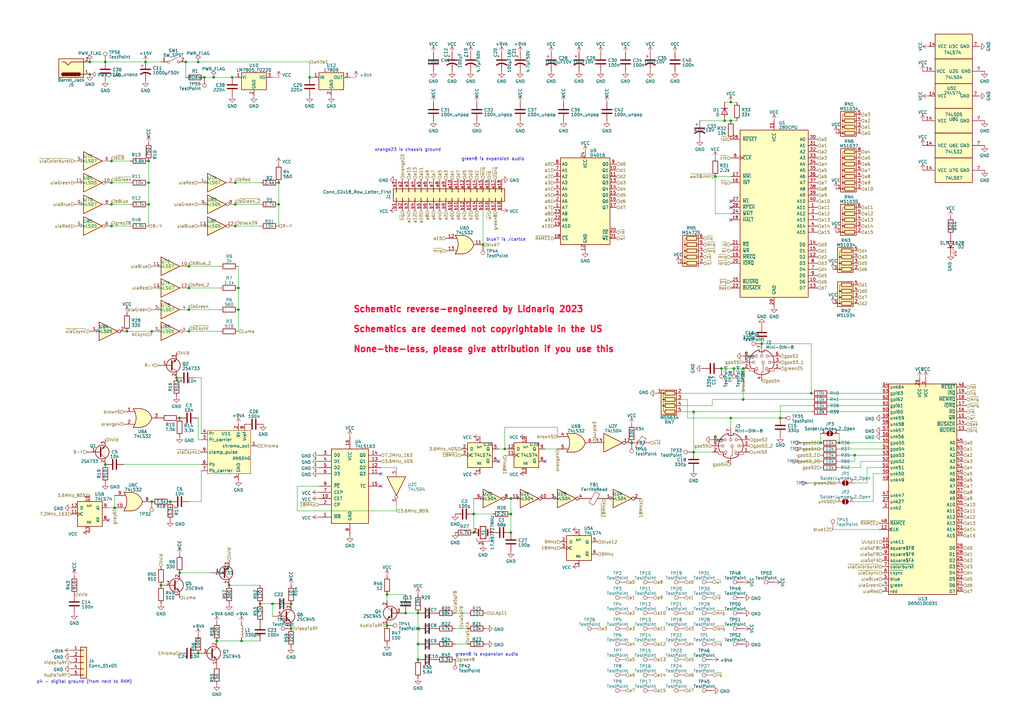
<source format=kicad_sch>
(kicad_sch (version 20230121) (generator eeschema)
  (paper "A3")
  (junction (at 158.75 256.54))
  (junction (at 171.45 264.16))
  (junction (at 304.8 151.13))
  (junction (at 97.79 118.11))
  (junction (at 284.48 168.91))
  (junction (at 171.45 251.46))
  (junction (at 59.69 25.4))
  (junction (at 77.47 109.22))
  (junction (at 332.74 161.29))
  (junction (at 312.42 140.97))
  (junction (at 45.72 74.93))
  (junction (at 46.99 208.28))
  (junction (at 99.06 262.89))
  (junction (at 299.72 171.45))
  (junction (at 209.55 210.82))
  (junction (at 83.82 31.75))
  (junction (at 194.31 210.82))
  (junction (at 52.07 135.89))
  (junction (at 284.48 185.42))
  (junction (at 344.17 181.61))
  (junction (at 106.68 247.65))
  (junction (at 300.99 151.13))
  (junction (at 97.79 127))
  (junction (at 299.72 49.53))
  (junction (at 96.52 74.93))
  (junction (at 207.01 184.15))
  (junction (at 77.47 118.11))
  (junction (at 259.08 181.61))
  (junction (at 45.72 83.82))
  (junction (at 36.83 30.48))
  (junction (at 171.45 257.81))
  (junction (at 66.04 240.03))
  (junction (at 297.18 49.53))
  (junction (at 73.66 234.95))
  (junction (at 87.63 31.75))
  (junction (at 81.28 25.4))
  (junction (at 198.12 100.33))
  (junction (at 119.38 257.81))
  (junction (at 299.72 41.91))
  (junction (at 43.18 25.4))
  (junction (at 93.98 240.03))
  (junction (at 166.37 251.46))
  (junction (at 114.3 83.82))
  (junction (at 209.55 218.44))
  (junction (at 111.76 247.65))
  (junction (at 36.83 25.4))
  (junction (at 304.8 163.83))
  (junction (at 60.96 74.93))
  (junction (at 96.52 83.82))
  (junction (at 45.72 92.71))
  (junction (at 72.39 154.94))
  (junction (at 77.47 135.89))
  (junction (at 114.3 74.93))
  (junction (at 194.31 218.44))
  (junction (at 209.55 204.47))
  (junction (at 69.85 205.74))
  (junction (at 73.66 171.45))
  (junction (at 62.23 135.89))
  (junction (at 45.72 66.04))
  (junction (at 95.25 31.75))
  (junction (at 336.55 181.61))
  (junction (at 62.23 205.74))
  (junction (at 96.52 92.71))
  (junction (at 295.91 151.13))
  (junction (at 60.96 66.04))
  (junction (at 119.38 247.65))
  (junction (at 171.45 270.51))
  (junction (at 43.18 190.5))
  (junction (at 81.28 267.97))
  (junction (at 60.96 83.82))
  (junction (at 88.9 262.89))
  (junction (at 127 31.75))
  (junction (at 350.52 186.69))
  (junction (at 293.37 72.39))
  (junction (at 76.2 25.4))
  (junction (at 77.47 127))
  (junction (at 320.04 171.45))
  (junction (at 158.75 243.84))
  (no_connect (at 299.72 82.55))
  (no_connect (at 299.72 90.17))
  (no_connect (at 299.72 85.09))
  (no_connect (at 204.47 189.23))
  (no_connect (at 156.21 199.39))
  (no_connect (at 156.21 194.31))
  (no_connect (at 223.52 189.23))
  (no_connect (at 44.45 213.36))
  (wire (pts (xy 96.52 73.66) (xy 96.52 74.93)))
  (wire (pts (xy 106.68 240.03) (xy 93.98 240.03)))
  (wire (pts (xy 171.45 257.81) (xy 171.45 264.16)))
  (wire (pts (xy 194.31 204.47) (xy 194.31 210.82)))
  (wire (pts (xy 81.28 171.45) (xy 81.28 180.34)))
  (wire (pts (xy 293.37 72.39) (xy 299.72 72.39)))
  (wire (pts (xy 77.47 127) (xy 90.17 127)))
  (wire (pts (xy 344.17 186.69) (xy 350.52 186.69)))
  (wire (pts (xy 297.18 49.53) (xy 299.72 49.53)))
  (wire (pts (xy 336.55 177.8) (xy 336.55 181.61)))
  (wire (pts (xy 186.69 264.16) (xy 191.77 264.16)))
  (wire (pts (xy 121.92 209.55) (xy 121.92 199.39)))
  (wire (pts (xy 171.45 251.46) (xy 171.45 257.81)))
  (wire (pts (xy 355.6 191.77) (xy 355.6 198.12)))
  (wire (pts (xy 207.01 184.15) (xy 207.01 175.26)))
  (wire (pts (xy 114.3 74.93) (xy 114.3 83.82)))
  (wire (pts (xy 45.72 64.77) (xy 45.72 66.04)))
  (wire (pts (xy 284.48 185.42) (xy 292.1 185.42)))
  (wire (pts (xy 279.4 166.37) (xy 292.1 166.37)))
  (wire (pts (xy 186.69 257.81) (xy 191.77 257.81)))
  (wire (pts (xy 350.52 186.69) (xy 361.95 186.69)))
  (wire (pts (xy 198.12 86.36) (xy 198.12 100.33)))
  (wire (pts (xy 279.4 168.91) (xy 284.48 168.91)))
  (wire (pts (xy 76.2 31.75) (xy 76.2 25.4)))
  (wire (pts (xy 162.56 209.55) (xy 121.92 209.55)))
  (wire (pts (xy 82.55 154.94) (xy 82.55 177.8)))
  (wire (pts (xy 340.36 166.37) (xy 361.95 166.37)))
  (wire (pts (xy 207.01 184.15) (xy 208.28 184.15)))
  (wire (pts (xy 332.74 140.97) (xy 332.74 161.29)))
  (wire (pts (xy 97.79 118.11) (xy 97.79 127)))
  (wire (pts (xy 361.95 194.31) (xy 358.14 194.31)))
  (wire (pts (xy 59.69 25.4) (xy 66.04 25.4)))
  (wire (pts (xy 106.68 247.65) (xy 111.76 247.65)))
  (wire (pts (xy 344.17 177.8) (xy 344.17 181.61)))
  (wire (pts (xy 312.42 140.97) (xy 332.74 140.97)))
  (wire (pts (xy 350.52 189.23) (xy 344.17 189.23)))
  (wire (pts (xy 45.72 83.82) (xy 53.34 83.82)))
  (wire (pts (xy 228.6 175.26) (xy 228.6 179.07)))
  (wire (pts (xy 194.31 210.82) (xy 201.93 210.82)))
  (wire (pts (xy 344.17 181.61) (xy 361.95 181.61)))
  (wire (pts (xy 293.37 87.63) (xy 299.72 87.63)))
  (wire (pts (xy 320.04 166.37) (xy 332.74 166.37)))
  (wire (pts (xy 87.63 31.75) (xy 95.25 31.75)))
  (wire (pts (xy 45.72 73.66) (xy 45.72 74.93)))
  (wire (pts (xy 340.36 163.83) (xy 361.95 163.83)))
  (wire (pts (xy 304.8 151.13) (xy 304.8 163.83)))
  (wire (pts (xy 328.93 189.23) (xy 336.55 189.23)))
  (wire (pts (xy 60.96 66.04) (xy 60.96 74.93)))
  (wire (pts (xy 340.36 168.91) (xy 361.95 168.91)))
  (wire (pts (xy 77.47 109.22) (xy 90.17 109.22)))
  (wire (pts (xy 114.3 83.82) (xy 114.3 92.71)))
  (wire (pts (xy 96.52 31.75) (xy 95.25 31.75)))
  (wire (pts (xy 284.48 168.91) (xy 284.48 185.42)))
  (wire (pts (xy 80.01 154.94) (xy 82.55 154.94)))
  (wire (pts (xy 82.55 205.74) (xy 82.55 193.04)))
  (wire (pts (xy 146.05 31.75) (xy 143.51 31.75)))
  (wire (pts (xy 111.76 247.65) (xy 111.76 252.73)))
  (wire (pts (xy 43.18 25.4) (xy 59.69 25.4)))
  (wire (pts (xy 304.8 163.83) (xy 332.74 163.83)))
  (wire (pts (xy 207.01 186.69) (xy 208.28 186.69)))
  (wire (pts (xy 204.47 184.15) (xy 207.01 184.15)))
  (wire (pts (xy 171.45 264.16) (xy 171.45 270.51)))
  (wire (pts (xy 82.55 205.74) (xy 77.47 205.74)))
  (wire (pts (xy 344.17 191.77) (xy 353.06 191.77)))
  (wire (pts (xy 73.66 234.95) (xy 86.36 234.95)))
  (wire (pts (xy 77.47 135.89) (xy 90.17 135.89)))
  (wire (pts (xy 281.94 171.45) (xy 281.94 163.83)))
  (wire (pts (xy 96.52 91.44) (xy 96.52 92.71)))
  (wire (pts (xy 77.47 125.73) (xy 77.47 127)))
  (wire (pts (xy 358.14 205.74) (xy 350.52 205.74)))
  (wire (pts (xy 330.2 181.61) (xy 336.55 181.61)))
  (wire (pts (xy 299.72 171.45) (xy 299.72 175.26)))
  (wire (pts (xy 209.55 204.47) (xy 209.55 210.82)))
  (wire (pts (xy 50.8 190.5) (xy 82.55 190.5)))
  (wire (pts (xy 45.72 82.55) (xy 45.72 83.82)))
  (wire (pts (xy 166.37 251.46) (xy 171.45 251.46)))
  (wire (pts (xy 292.1 163.83) (xy 304.8 163.83)))
  (wire (pts (xy 293.37 72.39) (xy 293.37 87.63)))
  (wire (pts (xy 186.69 251.46) (xy 191.77 251.46)))
  (wire (pts (xy 77.47 134.62) (xy 77.47 135.89)))
  (wire (pts (xy 297.18 41.91) (xy 299.72 41.91)))
  (wire (pts (xy 281.94 171.45) (xy 299.72 171.45)))
  (wire (pts (xy 332.74 198.12) (xy 342.9 198.12)))
  (wire (pts (xy 76.2 25.4) (xy 81.28 25.4)))
  (wire (pts (xy 299.72 171.45) (xy 320.04 171.45)))
  (wire (pts (xy 45.72 66.04) (xy 53.34 66.04)))
  (wire (pts (xy 77.47 107.95) (xy 77.47 109.22)))
  (wire (pts (xy 295.91 151.13) (xy 300.99 151.13)))
  (wire (pts (xy 341.63 217.17) (xy 360.68 217.17)))
  (wire (pts (xy 340.36 161.29) (xy 361.95 161.29)))
  (wire (pts (xy 36.83 25.4) (xy 43.18 25.4)))
  (wire (pts (xy 353.06 191.77) (xy 353.06 189.23)))
  (wire (pts (xy 330.2 184.15) (xy 336.55 184.15)))
  (wire (pts (xy 320.04 171.45) (xy 320.04 166.37)))
  (wire (pts (xy 106.68 83.82) (xy 96.52 83.82)))
  (wire (pts (xy 77.47 118.11) (xy 90.17 118.11)))
  (wire (pts (xy 156.21 191.77) (xy 162.56 191.77)))
  (wire (pts (xy 287.02 49.53) (xy 297.18 49.53)))
  (wire (pts (xy 81.28 25.4) (xy 127 25.4)))
  (wire (pts (xy 44.45 208.28) (xy 46.99 208.28)))
  (wire (pts (xy 223.52 184.15) (xy 228.6 184.15)))
  (wire (pts (xy 158.75 243.84) (xy 158.75 246.38)))
  (wire (pts (xy 45.72 74.93) (xy 53.34 74.93)))
  (wire (pts (xy 207.01 175.26) (xy 228.6 175.26)))
  (wire (pts (xy 284.48 168.91) (xy 332.74 168.91)))
  (wire (pts (xy 96.52 92.71) (xy 106.68 92.71)))
  (wire (pts (xy 279.4 161.29) (xy 332.74 161.29)))
  (wire (pts (xy 99.06 262.89) (xy 106.68 262.89)))
  (wire (pts (xy 62.23 137.16) (xy 62.23 135.89)))
  (wire (pts (xy 299.72 49.53) (xy 302.26 49.53)))
  (wire (pts (xy 194.31 210.82) (xy 194.31 218.44)))
  (wire (pts (xy 88.9 262.89) (xy 99.06 262.89)))
  (wire (pts (xy 45.72 91.44) (xy 45.72 92.71)))
  (wire (pts (xy 96.52 82.55) (xy 96.52 83.82)))
  (wire (pts (xy 127 25.4) (xy 127 31.75)))
  (wire (pts (xy 97.79 109.22) (xy 97.79 118.11)))
  (wire (pts (xy 77.47 116.84) (xy 77.47 118.11)))
  (wire (pts (xy 292.1 163.83) (xy 292.1 166.37)))
  (wire (pts (xy 83.82 31.75) (xy 87.63 31.75)))
  (wire (pts (xy 46.99 203.2) (xy 46.99 208.28)))
  (wire (pts (xy 361.95 191.77) (xy 355.6 191.77)))
  (wire (pts (xy 344.17 184.15) (xy 361.95 184.15)))
  (wire (pts (xy 355.6 198.12) (xy 350.52 198.12)))
  (wire (pts (xy 350.52 186.69) (xy 350.52 189.23)))
  (wire (pts (xy 209.55 210.82) (xy 209.55 218.44)))
  (wire (pts (xy 81.28 180.34) (xy 82.55 180.34)))
  (wire (pts (xy 97.79 127) (xy 97.79 135.89)))
  (wire (pts (xy 353.06 189.23) (xy 361.95 189.23)))
  (wire (pts (xy 121.92 199.39) (xy 130.81 199.39)))
  (wire (pts (xy 96.52 74.93) (xy 106.68 74.93)))
  (wire (pts (xy 279.4 163.83) (xy 281.94 163.83)))
  (wire (pts (xy 127 31.75) (xy 128.27 31.75)))
  (wire (pts (xy 114.3 31.75) (xy 111.76 31.75)))
  (wire (pts (xy 60.96 74.93) (xy 60.96 83.82)))
  (wire (pts (xy 299.72 41.91) (xy 302.26 41.91)))
  (wire (pts (xy 304.8 151.13) (xy 300.99 151.13)))
  (wire (pts (xy 62.23 135.89) (xy 52.07 135.89)))
  (wire (pts (xy 162.56 207.01) (xy 162.56 209.55)))
  (wire (pts (xy 358.14 194.31) (xy 358.14 205.74)))
  (wire (pts (xy 60.96 83.82) (xy 60.96 92.71)))
  (wire (pts (xy 158.75 243.84) (xy 166.37 243.84)))
  (wire (pts (xy 45.72 92.71) (xy 53.34 92.71)))
  (text "p4 - digital ground (from next to RAM)" (at 14.986 280.416 0) (effects (font (size 1.27 1.27)) (justify left bottom)))
  (text "Schematic reverse-engineered by Lidnariq 2023\n\nSchematics are deemed not copyrightable in the US\n\nNone-the-less, please give attribution if you use this" (at 144.78 144.78 0) (effects (font (size 2.54 2.54) (thickness 0.508) bold) (justify left bottom)))
  (text "green8 is expansion audio" (at 189.23 66.04 0) (effects (font (size 1.27 1.27)) (justify left bottom)))
  (text "blue7 is /cartce" (at 199.39 99.06 0) (effects (font (size 1.27 1.27)) (justify left bottom)))
  (text "green8 is expansion audio" (at 186.69 269.24 0) (effects (font (size 1.27 1.27)) (justify left bottom)))
  (text "orange23 is chassis ground" (at 153.67 62.23 0) (effects (font (size 1.27 1.27)) (justify left bottom)))
  (hierarchical_label "~{18MHz}" (shape input) (at 189.23 186.69 180))
  (hierarchical_label "gpo55" (shape input) (at 304.8 148.59 180))
  (hierarchical_label "gpo55" (shape input) (at 292.1 182.88 180))
  (hierarchical_label "ulaSqFA" (shape input) (at 361.95 229.87 180))
  (hierarchical_label "a1" (shape input) (at 335.28 59.69 0))
  (hierarchical_label "~{bak}" (shape input) (at 396.24 173.99 0))
  (hierarchical_label "9MHz" (shape input) (at 245.11 227.33 0))
  (hierarchical_label "a1" (shape input) (at 394.97 184.15 0))
  (hierarchical_label "a15" (shape input) (at 394.97 219.71 0))
  (hierarchical_label "green25" (shape input) (at 342.9 198.12 180))
  (hierarchical_label "7.2MHz_163" (shape input) (at 29.21 210.82 180))
  (hierarchical_label "a14" (shape input) (at 267.97 276.86 0))
  (hierarchical_label "d1" (shape input) (at 394.97 227.33 0))
  (hierarchical_label "d4" (shape input) (at 394.97 234.95 0))
  (hierarchical_label "~{RAMCE}" (shape input) (at 360.68 214.63 180))
  (hierarchical_label "a5" (shape input) (at 227.33 80.01 180))
  (hierarchical_label "a15" (shape input) (at 353.06 95.25 0))
  (hierarchical_label "d7" (shape input) (at 187.96 73.66 90))
  (hierarchical_label "~{bak}" (shape input) (at 299.72 118.11 180))
  (hierarchical_label "~{wr}" (shape input) (at 396.24 171.45 0))
  (hierarchical_label "blue12" (shape input) (at 245.11 222.25 0))
  (hierarchical_label "gpo53_2" (shape input) (at 307.34 182.88 0))
  (hierarchical_label "~{ulaCsync}" (shape input) (at 36.83 135.89 180))
  (hierarchical_label "a3" (shape input) (at 245.11 257.81 0))
  (hierarchical_label "d5" (shape input) (at 394.97 237.49 0))
  (hierarchical_label "a13" (shape input) (at 353.06 90.17 0))
  (hierarchical_label "a7" (shape input) (at 394.97 199.39 0))
  (hierarchical_label "a13" (shape input) (at 267.97 270.51 0))
  (hierarchical_label "green8" (shape input) (at 186.69 270.51 0))
  (hierarchical_label "bRed_2" (shape input) (at 77.47 116.84 0))
  (hierarchical_label "18MHz" (shape input) (at 262.89 204.47 270))
  (hierarchical_label "~{wr}" (shape input) (at 292.1 238.76 0))
  (hierarchical_label "d2" (shape input) (at 351.79 124.46 0))
  (hierarchical_label "a14" (shape input) (at 353.06 92.71 0))
  (hierarchical_label "gpo54" (shape input) (at 312.42 156.21 0))
  (hierarchical_label "Vvid" (shape input) (at 30.48 243.84 0))
  (hierarchical_label "~{mrq}" (shape input) (at 292.1 251.46 0))
  (hierarchical_label "a2" (shape input) (at 335.28 62.23 0))
  (hierarchical_label "a4" (shape input) (at 335.28 67.31 0))
  (hierarchical_label "a1" (shape input) (at 353.06 52.07 0))
  (hierarchical_label "a15" (shape input) (at 167.64 73.66 90))
  (hierarchical_label "orange4" (shape input) (at 50.8 173.99 180))
  (hierarchical_label "ULAp11" (shape input) (at 361.95 222.25 180))
  (hierarchical_label "R-Y" (shape input) (at 114.3 92.71 0))
  (hierarchical_label "Chroma" (shape input) (at 105.41 182.88 0))
  (hierarchical_label "~{brq}" (shape input) (at 396.24 176.53 0))
  (hierarchical_label "a0" (shape input) (at 394.97 181.61 0))
  (hierarchical_label "a11" (shape input) (at 353.06 85.09 0))
  (hierarchical_label "a0" (shape input) (at 256.54 238.76 0))
  (hierarchical_label "gpo53_1" (shape input) (at 336.55 186.69 180))
  (hierarchical_label "brown5" (shape input) (at 228.6 179.07 180))
  (hierarchical_label "~{mrq}" (shape input) (at 198.12 73.66 90))
  (hierarchical_label "gpo55" (shape input) (at 336.55 181.61 180))
  (hierarchical_label "grey28" (shape input) (at 45.72 91.44 0))
  (hierarchical_label "purple3" (shape input) (at 243.84 181.61 90))
  (hierarchical_label "ulaRed" (shape input) (at 62.23 118.11 180))
  (hierarchical_label "a12" (shape input) (at 335.28 87.63 0))
  (hierarchical_label "~{clk}" (shape input) (at 299.72 64.77 180))
  (hierarchical_label "a7" (shape input) (at 335.28 74.93 0))
  (hierarchical_label "a6" (shape input) (at 227.33 82.55 180))
  (hierarchical_label "gpo54" (shape input) (at 299.72 190.5 180))
  (hierarchical_label "d6" (shape input) (at 394.97 240.03 0))
  (hierarchical_label "ulaSqF9" (shape input) (at 361.95 227.33 180))
  (hierarchical_label "3.6MHz_80%" (shape input) (at 36.83 203.2 180))
  (hierarchical_label "a9" (shape input) (at 267.97 245.11 0))
  (hierarchical_label "d6" (shape input) (at 252.73 82.55 0))
  (hierarchical_label "~{iorq}" (shape input) (at 203.2 73.66 90))
  (hierarchical_label "d7" (shape input) (at 335.28 118.11 0))
  (hierarchical_label "~{clk}" (shape input) (at 266.7 181.61 0))
  (hierarchical_label "d0" (shape input) (at 394.97 224.79 0))
  (hierarchical_label "a2" (shape input) (at 394.97 186.69 0))
  (hierarchical_label "a9" (shape input) (at 353.06 74.93 0))
  (hierarchical_label "R-Y" (shape input) (at 64.77 149.86 180))
  (hierarchical_label "d6" (shape input) (at 280.67 276.86 0))
  (hierarchical_label "d2" (shape input) (at 335.28 105.41 0))
  (hierarchical_label "d7" (shape input) (at 252.73 85.09 0))
  (hierarchical_label "ulaGreen" (shape input) (at 30.48 74.93 180))
  (hierarchical_label "a2" (shape input) (at 256.54 251.46 0))
  (hierarchical_label "a11" (shape input) (at 335.28 85.09 0))
  (hierarchical_label "a7" (shape input) (at 227.33 85.09 180))
  (hierarchical_label "a4" (shape input) (at 353.06 62.23 0))
  (hierarchical_label "~{irq}" (shape input) (at 292.1 264.16 0))
  (hierarchical_label "~{mrq}" (shape input) (at 396.24 163.83 0))
  (hierarchical_label "a6" (shape input) (at 256.54 276.86 0))
  (hierarchical_label "a7" (shape input) (at 177.8 73.66 90))
  (hierarchical_label "a9" (shape input) (at 335.28 80.01 0))
  (hierarchical_label "bCsync" (shape input) (at 62.23 137.16 180))
  (hierarchical_label "a3" (shape input) (at 394.97 189.23 0))
  (hierarchical_label "bBlue_2" (shape input) (at 77.47 107.95 0))
  (hierarchical_label "a7" (shape input) (at 353.06 69.85 0))
  (hierarchical_label "~{rd}" (shape input) (at 292.1 245.11 0))
  (hierarchical_label "a3" (shape input) (at 256.54 257.81 0))
  (hierarchical_label "~{rd}" (shape input) (at 252.73 95.25 0))
  (hierarchical_label "a9" (shape input) (at 175.26 73.66 90))
  (hierarchical_label "d7" (shape input) (at 280.67 283.21 0))
  (hierarchical_label "a13" (shape input) (at 335.28 90.17 0))
  (hierarchical_label "a13" (shape input) (at 394.97 214.63 0))
  (hierarchical_label "d7" (shape input) (at 351.79 121.92 0))
  (hierarchical_label "gray6" (shape input) (at 46.99 208.28 270))
  (hierarchical_label "a2" (shape input) (at 353.06 49.53 0))
  (hierarchical_label "a10" (shape input) (at 353.06 77.47 0))
  (hierarchical_label "18MHz" (shape input) (at 207.01 186.69 270))
  (hierarchical_label "~{rst}" (shape input) (at 396.24 158.75 0))
  (hierarchical_label "d2" (shape input) (at 252.73 72.39 0))
  (hierarchical_label "d4" (shape input) (at 190.5 86.36 270))
  (hierarchical_label "a4" (shape input) (at 256.54 264.16 0))
  (hierarchical_label "ulaGreen" (shape input) (at 81.28 83.82 180))
  (hierarchical_label "gpo52" (shape input) (at 307.34 180.34 0))
  (hierarchical_label "a13" (shape input) (at 170.18 73.66 90))
  (hierarchical_label "d5" (shape input) (at 351.79 107.95 0))
  (hierarchical_label "a2" (shape input) (at 182.88 86.36 270))
  (hierarchical_label "VideoToRF" (shape input) (at 119.38 257.81 0))
  (hierarchical_label "a8" (shape input) (at 227.33 87.63 180))
  (hierarchical_label "green8" (shape input) (at 203.2 86.36 270))
  (hierarchical_label "a4" (shape input) (at 394.97 191.77 0))
  (hierarchical_label "~{ulaCsync}" (shape input) (at 361.95 234.95 180))
  (hierarchical_label "a3" (shape input) (at 227.33 74.93 180))
  (hierarchical_label "a3" (shape input) (at 335.28 64.77 0))
  (hierarchical_label "~{rst}" (shape input) (at 299.72 57.15 180))
  (hierarchical_label "Luma" (shape input) (at 73.66 245.11 0))
  (hierarchical_label "a5" (shape input) (at 353.06 64.77 0))
  (hierarchical_label "white1" (shape input) (at 127 25.4 0))
  (hierarchical_label "a8" (shape input) (at 394.97 201.93 0))
  (hierarchical_label "a11" (shape input) (at 267.97 257.81 0))
  (hierarchical_label "ulaBlue" (shape input) (at 30.48 83.82 180))
  (hierarchical_label "d4" (shape input) (at 351.79 102.87 0))
  (hierarchical_label "unk50" (shape input) (at 342.9 205.74 180))
  (hierarchical_label "a10" (shape input) (at 267.97 251.46 0))
  (hierarchical_label "bBlue" (shape input) (at 45.72 82.55 0))
  (hierarchical_label "~{bCsync}" (shape input) (at 77.47 134.62 0))
  (hierarchical_label "B-Y" (shape input) (at 60.96 92.71 0))
  (hierarchical_label "~{rd}" (shape input) (at 299.72 100.33 180))
  (hierarchical_label "a14" (shape input) (at 335.28 92.71 0))
  (hierarchical_label "~{ulaCsync}" (shape input) (at 82.55 185.42 180))
  (hierarchical_label "~{rd}" (shape input) (at 396.24 168.91 0))
  (hierarchical_label "ulaRed" (shape input) (at 361.95 242.57 180))
  (hierarchical_label "a12" (shape input) (at 394.97 212.09 0))
  (hierarchical_label "d0" (shape input) (at 335.28 100.33 0))
  (hierarchical_label "blue12" (shape input) (at 341.63 217.17 180))
  (hierarchical_label "ulaSqFA" (shape input) (at 191.77 264.16 90))
  (hierarchical_label "ulaSqF8" (shape input) (at 186.69 251.46 90))
  (hierarchical_label "~{mrq}" (shape input) (at 182.88 102.87 180))
  (hierarchical_label "a1" (shape input) (at 227.33 69.85 180))
  (hierarchical_label "B-Y" (shape input) (at 35.56 185.42 180))
  (hierarchical_label "a8" (shape input) (at 267.97 238.76 0))
  (hierarchical_label "d0" (shape input) (at 280.67 238.76 0))
  (hierarchical_label "9MHz" (shape input) (at 229.87 222.25 180))
  (hierarchical_label "a9" (shape input) (at 394.97 204.47 0))
  (hierarchical_label "d3" (shape input) (at 193.04 73.66 90))
  (hierarchical_label "a11" (shape input) (at 394.97 209.55 0))
  (hierarchical_label "ulaSqF8" (shape input) (at 361.95 224.79 180))
  (hierarchical_label "brown5" (shape input) (at 50.8 168.91 180))
  (hierarchical_label "d3" (shape input) (at 280.67 257.81 0))
  (hierarchical_label "ulaGreen" (shape input) (at 361.95 240.03 180))
  (hierarchical_label "ulaBlue" (shape input) (at 62.23 109.22 180))
  (hierarchical_label "a14" (shape input) (at 167.64 86.36 270))
  (hierarchical_label "d3" (shape input) (at 335.28 107.95 0))
  (hierarchical_label "~{RAMCE}" (shape input) (at 227.33 97.79 180))
  (hierarchical_label "a5" (shape input) (at 335.28 69.85 0))
  (hierarchical_label "ulaGreen" (shape input) (at 62.23 127 180))
  (hierarchical_label "gpo52" (shape input) (at 336.55 191.77 180))
  (hierarchical_label "d3" (shape input) (at 252.73 74.93 0))
  (hierarchical_label "3.6MHz_80%" (shape input) (at 162.56 209.55 0))
  (hierarchical_label "3.6MHz_40%" (shape input) (at 156.21 189.23 0))
  (hierarchical_label "d1" (shape input) (at 351.79 116.84 0))
  (hierarchical_label "~{mrq}" (shape input) (at 299.72 105.41 180))
  (hierarchical_label "a5" (shape input) (at 394.97 194.31 0))
  (hierarchical_label "ulaRed" (shape input) (at 30.48 92.71 180))
  (hierarchical_label "orange23" (shape input) (at 165.1 73.66 90))
  (hierarchical_label "d7" (shape input) (at 394.97 242.57 0))
  (hierarchical_label "~{irq}" (shape input) (at 288.29 97.79 0))
  (hierarchical_label "a4" (shape input) (at 227.33 77.47 180))
  (hierarchical_label "a10" (shape input) (at 227.33 92.71 180))
  (hierarchical_label "gpo53_2" (shape input) (at 336.55 189.23 180))
  (hierarchical_label "a1" (shape input) (at 185.42 73.66 90))
  (hierarchical_label "a5" (shape input) (at 256.54 270.51 0))
  (hierarchical_label "~{brq}" (shape input) (at 299.72 115.57 180))
  (hierarchical_label "a5" (shape input) (at 180.34 73.66 90))
  (hierarchical_label "bGreen" (shape input) (at 77.47 125.73 0))
  (hierarchical_label "~{iorq}" (shape input) (at 288.29 102.87 0))
  (hierarchical_label "a6" (shape input) (at 353.06 67.31 0))
  (hierarchical_label "d6" (shape input) (at 351.79 110.49 0))
  (hierarchical_label "a15" (shape input) (at 267.97 283.21 0))
  (hierarchical_label "a12" (shape input) (at 353.06 87.63 0))
  (hierarchical_label "~{irq}" (shape input) (at 396.24 161.29 0))
  (hierarchical_label "gpo53_1" (shape input) (at 320.04 148.59 0))
  (hierarchical_label "~{bCB}" (shape input) (at 45.72 64.77 0))
  (hierarchical_label "brown31" (shape input) (at 304.8 151.13 270))
  (hierarchical_label "gpo52" (shape input) (at 320.04 146.05 0))
  (hierarchical_label "~{bGreen}" (shape input) (at 45.72 73.66 0))
  (hierarchical_label "a3" (shape input) (at 182.88 73.66 90))
  (hierarchical_label "a8" (shape input) (at 175.26 86.36 270))
  (hierarchical_label "~{rd}" (shape input) (at 200.66 73.66 90))
  (hierarchical_label "a10" (shape input) (at 172.72 86.36 270))
  (hierarchical_label "a12" (shape input) (at 267.97 264.16 0))
  (hierarchical_label "ulaRed" (shape input) (at 81.28 74.93 180))
  (hierarchical_label "7.2MHz_163" (shape input) (at 156.21 186.69 0))
  (hierarchical_label "~{wr}" (shape input) (at 200.66 86.36 270))
  (hierarchical_label "~{18MHz}" (shape input) (at 130.81 207.01 180))
  (hierarchical_label "a11" (shape input) (at 172.72 73.66 90))
  (hierarchical_label "a6" (shape input) (at 177.8 86.36 270))
  (hierarchical_label "~{mrq}" (shape input) (at 288.29 100.33 0))
  (hierarchical_label "~{rd}" (shape input) (at 288.29 105.41 0))
  (hierarchical_label "d0" (shape input) (at 195.58 86.36 270))
  (hierarchical_label "~{ulaColorburst}" (shape input) (at 361.95 232.41 180))
  (hierarchical_label "a2" (shape input) (at 227.33 72.39 180))
  (hierarchical_label "d3" (shape input) (at 394.97 232.41 0))
  (hierarchical_label "d1" (shape input) (at 335.28 102.87 0))
  (hierarchical_label "a15" (shape input) (at 335.28 95.25 0))
  (hierarchical_label "d2" (shape input) (at 193.04 86.36 270))
  (hierarchical_label "d4" (shape input) (at 335.28 110.49 0))
  (hierarchical_label "a8" (shape input) (at 335.28 77.47 0))
  (hierarchical_label "a6" (shape input) (at 335.28 72.39 0))
  (hierarchical_label "a10" (shape input) (at 335.28 82.55 0))
  (hierarchical_label "a6" (shape input) (at 394.97 196.85 0))
  (hierarchical_label "AudioToRF" (shape input) (at 158.75 256.54 180))
  (hierarchical_label "a15" (shape input) (at 182.88 97.79 180))
  (hierarchical_label "Chroma" (shape input) (at 73.66 267.97 180))
  (hierarchical_label "d1" (shape input) (at 252.73 69.85 0))
  (hierarchical_label "d4" (shape input) (at 252.73 77.47 0))
  (hierarchical_label "ulaBlue" (shape input) (at 361.95 237.49 180))
  (hierarchical_label "Vvid" (shape input) (at 66.04 232.41 90))
  (hierarchical_label "AudioToRF" (shape input) (at 29.21 276.86 180))
  (hierarchical_label "~{irq}" (shape input) (at 165.1 86.36 270))
  (hierarchical_label "~{irq}" (shape input) (at 292.1 276.86 0))
  (hierarchical_label "~{wr}" (shape input) (at 288.29 107.95 0))
  (hierarchical_label "bRed" (shape input) (at 96.52 73.66 0))
  (hierarchical_label "Vvid" (shape input) (at 93.98 229.87 90))
  (hierarchical_label "d2" (shape input) (at 280.67 251.46 0))
  (hierarchical_label "a8" (shape input) (at 353.06 72.39 0))
  (hierarchical_label "~{iorq}" (shape input) (at 299.72 107.95 180))
  (hierarchical_label "orange4" (shape input) (at 228.6 184.15 270))
  (hierarchical_label "3.6MHz_40%" (shape input) (at 189.23 184.15 180))
  (hierarchical_label "d0" (shape input) (at 351.79 119.38 0))
  (hierarchical_label "18MHz" (shape input) (at 229.87 224.79 180))
  (hierarchical_label "~{wr}" (shape input) (at 252.73 97.79 0))
  (hierarchical_label "a14" (shape input) (at 394.97 217.17 0))
  (hierarchical_label "a0" (shape input) (at 353.06 54.61 0))
  (hierarchical_label "d1" (shape input) (at 280.67 245.11 0))
  (hierarchical_label "Vvid" (shape input) (at 43.18 180.34 0))
  (hierarchical_label "a12" (shape input) (at 170.18 86.36 270))
  (hierarchical_label "~{ulaColorburst}" (shape input) (at 30.48 66.04 180))
  (hierarchical_label "~{irq}" (shape input) (at 299.72 74.93 180))
  (hierarchical_label "a10" (shape input) (at 394.97 207.01 0))
  (hierarchical_label "d2" (shape input) (at 394.97 229.87 0))
  (hierarchical_label "d3" (shape input) (at 351.79 105.41 0))
  (hierarchical_label "green25" (shape input) (at 320.04 151.13 0))
  (hierarchical_label "ulaSqF9" (shape input) (at 189.23 257.81 90))
  (hierarchical_label "a3" (shape input) (at 353.06 46.99 0))
  (hierarchical_label "d4" (shape input) (at 280.67 264.16 0))
  (hierarchical_label "a4" (shape input) (at 180.34 86.36 270))
  (hierarchical_label "a1" (shape input) (at 256.54 245.11 0))
  (hierarchical_label "~{18MHz}" (shape input) (at 247.65 204.47 270))
  (hierarchical_label "a0" (shape input) (at 227.33 67.31 180))
  (hierarchical_label "~{wr}" (shape input) (at 299.72 102.87 180))
  (hierarchical_label "ulaBlue" (shape input) (at 81.28 92.71 180))
  (hierarchical_label "a0" (shape input) (at 335.28 57.15 0))
  (hierarchical_label "d5" (shape input) (at 280.67 270.51 0))
  (hierarchical_label "d5" (shape input) (at 335.28 113.03 0))
  (hierarchical_label "ULAp11" (shape input) (at 199.39 251.46 0))
  (hierarchical_label "black29" (shape input) (at 96.52 91.44 0))
  (hierarchical_label "a0" (shape input) (at 185.42 86.36 270))
  (hierarchical_label "VideoToRF" (shape input) (at 29.21 271.78 180))
  (hierarchical_label "d6" (shape input) (at 187.96 86.36 270))
  (hierarchical_label "a9" (shape input) (at 227.33 90.17 180))
  (hierarchical_label "Luma" (shape input) (at 97.79 135.89 0))
  (hierarchical_label "a7" (shape input) (at 256.54 283.21 0))
  (hierarchical_label "~{wait&nmi}" (shape input) (at 293.37 72.39 180))
  (hierarchical_label "d6" (shape input) (at 335.28 115.57 0))
  (hierarchical_label "gpo54" (shape input) (at 336.55 184.15 180))
  (hierarchical_label "d5" (shape input) (at 190.5 73.66 90))
  (hierarchical_label "~{bGreen_2}" (shape input) (at 96.52 82.55 0))
  (hierarchical_label "d1" (shape input) (at 195.58 73.66 90))
  (hierarchical_label "d5" (shape input) (at 252.73 80.01 0))
  (hierarchical_label "~{iorq}" (shape input) (at 292.1 257.81 0))
  (hierarchical_label "blue7" (shape input) (at 198.12 100.33 0))
  (hierarchical_label "~{iorq}" (shape input) (at 396.24 166.37 0))
  (hierarchical_label "unk50" (shape input) (at 307.34 185.42 0))
  (hierarchical_label "d0" (shape input) (at 252.73 67.31 0))
  (hierarchical_label "Vvid" (shape input) (at 72.39 144.78 0))
  (symbol (lib_id "power:VCC") (at 240.03 62.23 0) (unit 1)
    (property "Reference" "#PWR05" (effects hide))
    (property "Value" "VCC" (at 240.03 58.7281 0))
  )
  (symbol (lib_id "power:GND") (at 240.03 102.87 0) (unit 1)
    (property "Reference" "#PWR03" (effects hide))
    (property "Value" "GND" (at 240.03 107.0055 0))
  )
  (symbol (lib_id "74xx:74LS07") (at 69.85 109.22 0) (unit 5)
    (property "Reference" "U7" (at 67.945 107.315 0))
    (property "Value" "74LS07" (at 67.945 109.22 0))
    (property "Footprint" "Package_DIP:DIP-14_W7.62mm" (effects hide))
    (property "Datasheet" "www.ti.com/lit/ds/symlink/sn74ls07.pdf" (effects hide))
  )
  (symbol (lib_id "Connector:TestPoint") (at 304.8 245.11 90) (unit 1)
    (property "Reference" "TP49" (at 301.498 241.4651 90))
    (property "Value" "TestPoint" (at 301.498 243.3861 90))
    (property "Footprint" "TestPoint:TestPoint_Pad_D2.0mm" (effects hide))
  )
  (symbol (lib_id "power:GND") (at 256.54 29.21 0) (unit 1)
    (property "Reference" "#PWR0118" (effects hide))
    (property "Value" "GND" (at 256.54 33.3455 0))
  )
  (symbol (lib_id "Device:R") (at 389.89 92.71 180) (unit 1)
    (property "Reference" "R44" (at 391.795 92.71 90))
    (property "Value" "820" (at 389.89 92.71 90))
    (property "Footprint" "Resistor_THT:R_Axial_DIN0207_L6.3mm_D2.5mm_P10.16mm_Horizontal" (effects hide))
  )
  (symbol (lib_id "Device:C") (at 166.37 247.65 0) (unit 1)
    (property "Reference" "C13" (at 165.1 245.11 0) (effects (justify left)))
    (property "Value" "330p" (at 163.83 247.65 0) (effects (justify left)))
    (property "Footprint" "Capacitor_THT:C_Disc_D5.0mm_W2.5mm_P5.00mm" (effects hide))
  )
  (symbol (lib_id "74xx:74LS74") (at 237.49 224.79 0) (unit 1)
    (property "Reference" "U5" (at 239.4459 216.7001 0) (effects (justify left)))
    (property "Value" "74LS74" (at 239.4459 218.6211 0) (effects (justify left)))
    (property "Footprint" "Package_DIP:DIP-14_W7.62mm" (effects hide))
    (property "Datasheet" "74xx/74hc_hct74.pdf" (effects hide))
  )
  (symbol (lib_id "Device:R") (at 195.58 251.46 90) (unit 1)
    (property "Reference" "R25" (at 195.58 249.555 90))
    (property "Value" "10k" (at 195.58 251.46 90))
    (property "Footprint" "Resistor_THT:R_Axial_DIN0207_L6.3mm_D2.5mm_P10.16mm_Horizontal" (effects hide))
  )
  (symbol (lib_id "power:VCC") (at 196.85 194.31 90) (unit 1)
    (property "Reference" "#PWR022" (effects hide))
    (property "Value" "VCC" (at 193.675 194.6268 90) (effects (justify left)))
  )
  (symbol (lib_id "Device:C") (at 106.68 259.08 0) (mirror y) (unit 1)
    (property "Reference" "C23" (at 109.601 258.4363 0) (effects (justify right)))
    (property "Value" "100n" (at 109.601 260.3573 0) (effects (justify right)))
    (property "Footprint" "Capacitor_THT:C_Disc_D6.0mm_W2.5mm_P5.00mm" (effects hide))
  )
  (symbol (lib_id "Device:R") (at 182.88 251.46 90) (unit 1)
    (property "Reference" "R20" (at 182.88 249.555 90))
    (property "Value" "68k" (at 182.88 251.46 90))
    (property "Footprint" "Resistor_THT:R_Axial_DIN0207_L6.3mm_D2.5mm_P10.16mm_Horizontal" (effects hide))
  )
  (symbol (lib_id "Connector:TestPoint") (at 292.1 270.51 90) (unit 1)
    (property "Reference" "TP46" (at 288.798 266.8651 90))
    (property "Value" "TestPoint" (at 288.798 268.7861 90))
    (property "Footprint" "TestPoint:TestPoint_Pad_D2.0mm" (effects hide))
  )
  (symbol (lib_id "Connector:TestPoint") (at 280.67 238.76 90) (unit 1)
    (property "Reference" "TP19" (at 277.368 235.1151 90))
    (property "Value" "TestPoint" (at 277.368 237.0361 90))
    (property "Footprint" "TestPoint:TestPoint_Pad_D2.0mm" (effects hide))
  )
  (symbol (lib_id "Device:R") (at 182.88 270.51 90) (unit 1)
    (property "Reference" "R45" (at 182.88 268.605 90))
    (property "Value" "3.3k" (at 182.88 270.51 90))
    (property "Footprint" "Resistor_THT:R_Axial_DIN0207_L6.3mm_D2.5mm_P10.16mm_Horizontal" (effects hide))
  )
  (symbol (lib_id "power:GND") (at 69.85 213.36 0) (unit 1)
    (property "Reference" "#PWR043" (effects hide))
    (property "Value" "GND" (at 71.755 214.9468 0) (effects (justify left)))
  )
  (symbol (lib_id "Connector:TestPoint") (at 292.1 283.21 90) (unit 1)
    (property "Reference" "TP45" (at 288.798 279.5651 90))
    (property "Value" "TestPoint" (at 288.798 281.4861 90))
    (property "Footprint" "TestPoint:TestPoint_Pad_D4.0mm" (effects hide))
  )
  (symbol (lib_id "power:GND") (at 143.51 219.71 0) (unit 1)
    (property "Reference" "#PWR02" (effects hide))
    (property "Value" "GND" (at 143.51 223.8455 0))
  )
  (symbol (lib_id "Device:R") (at 60.96 62.23 0) (unit 1)
    (property "Reference" "R10" (at 63.5 63.5 90))
    (property "Value" "750" (at 60.96 62.23 90))
    (property "Footprint" "Resistor_THT:R_Axial_DIN0207_L6.3mm_D2.5mm_P10.16mm_Horizontal" (effects hide))
  )
  (symbol (lib_id "74xx:74LS04") (at 251.46 181.61 0) (unit 6)
    (property "Reference" "U2" (at 251.46 174.7901 0))
    (property "Value" "74LS04" (at 251.46 176.7111 0))
    (property "Footprint" "Package_DIP:DIP-14_W7.62mm" (effects hide))
    (property "Datasheet" "http://www.ti.com/lit/gpn/sn74LS04" (effects hide))
  )
  (symbol (lib_id "Connector:TestPoint") (at 267.97 270.51 90) (unit 1)
    (property "Reference" "TP15" (at 264.668 266.8651 90))
    (property "Value" "TestPoint" (at 264.668 268.7861 90))
    (property "Footprint" "TestPoint:TestPoint_Pad_D2.0mm" (effects hide))
  )
  (symbol (lib_id "power:GND") (at 226.06 29.21 0) (unit 1)
    (property "Reference" "#PWR0106" (effects hide))
    (property "Value" "GND" (at 226.06 33.3455 0))
  )
  (symbol (lib_id "Device:R") (at 66.04 236.22 0) (mirror y) (unit 1)
    (property "Reference" "R50" (at 64.262 235.5763 0) (effects (justify left)))
    (property "Value" "910" (at 64.262 237.4973 0) (effects (justify left)))
    (property "Footprint" "Resistor_THT:R_Axial_DIN0207_L6.3mm_D2.5mm_P10.16mm_Horizontal" (effects hide))
  )
  (symbol (lib_id "Device:R") (at 259.08 177.8 0) (unit 1)
    (property "Reference" "R34" (at 260.35 175.895 0) (effects (justify left)))
    (property "Value" "330" (at 259.08 179.705 90) (effects (justify left)))
    (property "Footprint" "Resistor_THT:R_Axial_DIN0207_L6.3mm_D2.5mm_P10.16mm_Horizontal" (effects hide))
  )
  (symbol (lib_id "power:VCC") (at 342.9 95.25 0) (unit 1)
    (property "Reference" "#PWR010" (effects hide))
    (property "Value" "VCC" (at 342.9 91.7481 0))
  )
  (symbol (lib_id "power:GND") (at 127 39.37 0) (unit 1)
    (property "Reference" "#PWR099" (effects hide))
    (property "Value" "GND" (at 127 43.5055 0))
  )
  (symbol (lib_id "power:GND") (at 320.04 179.07 0) (unit 1)
    (property "Reference" "#PWR086" (effects hide))
    (property "Value" "GND" (at 320.04 182.5719 0))
  )
  (symbol (lib_id "power:VCC") (at 130.81 204.47 90) (unit 1)
    (property "Reference" "#PWR019" (effects hide))
    (property "Value" "VCC" (at 127.635 204.7868 90) (effects (justify left)))
  )
  (symbol (lib_id "power:GND") (at 36.83 30.48 0) (unit 1)
    (property "Reference" "#PWR0100" (effects hide))
    (property "Value" "GND" (at 36.83 34.6155 0))
  )
  (symbol (lib_id "74xx:74LS04") (at 217.17 204.47 0) (mirror x) (unit 5)
    (property "Reference" "U2" (at 215.265 202.565 0))
    (property "Value" "74LS04" (at 215.265 204.47 0))
    (property "Footprint" "Package_DIP:DIP-14_W7.62mm" (effects hide))
    (property "Datasheet" "http://www.ti.com/lit/gpn/sn74LS04" (effects hide))
  )
  (symbol (lib_id "power:VCC") (at 256.54 21.59 0) (unit 1)
    (property "Reference" "#PWR0116" (effects hide))
    (property "Value" "VCC" (at 256.54 18.0881 0))
  )
  (symbol (lib_id "power:GND") (at 186.69 210.82 0) (mirror y) (unit 1)
    (property "Reference" "#PWR053" (effects hide))
    (property "Value" "GND" (at 186.69 214.9555 0))
  )
  (symbol (lib_id "Connector:TestPoint") (at 256.54 245.11 90) (unit 1)
    (property "Reference" "TP3" (at 253.238 241.4651 90))
    (property "Value" "TestPoint" (at 253.238 243.3861 90))
    (property "Footprint" "TestPoint:TestPoint_Pad_D2.0mm" (effects hide))
  )
  (symbol (lib_id "Device:R") (at 73.66 231.14 0) (unit 1)
    (property "Reference" "R8" (at 71.8821 230.4963 0) (effects (justify right)))
    (property "Value" "330" (at 71.8821 232.4173 0) (effects (justify right)))
    (property "Footprint" "Resistor_THT:R_Axial_DIN0207_L6.3mm_D2.5mm_P10.16mm_Horizontal" (effects hide))
  )
  (symbol (lib_id "74xx:74LS04") (at 255.27 204.47 0) (unit 1)
    (property "Reference" "U2" (at 253.365 202.565 0))
    (property "Value" "74LS04" (at 253.365 204.47 0))
    (property "Footprint" "Package_DIP:DIP-14_W7.62mm" (effects hide))
    (property "Datasheet" "http://www.ti.com/lit/gpn/sn74LS04" (effects hide))
  )
  (symbol (lib_id "power:VCC") (at 119.38 240.03 0) (unit 1)
    (property "Reference" "#PWR096" (effects hide))
    (property "Value" "VCC" (at 119.38 238.125 90) (effects (justify left)))
  )
  (symbol (lib_id "Connector:TestPoint") (at 62.23 205.74 180) (unit 1)
    (property "Reference" "TP32" (at 57.15 210.82 0) (effects (justify right)))
    (property "Value" "TestPoint" (effects hide))
    (property "Footprint" "TestPoint:TestPoint_Pad_D2.0mm" (effects hide))
  )
  (symbol (lib_id "Device:Q_NPN_ECB") (at 86.36 267.97 0) (unit 1)
    (property "Reference" "Q7" (at 91.2114 267.3263 0) (effects (justify left)))
    (property "Value" "2SC945" (at 91.2114 269.2473 0) (effects (justify left)))
    (property "Footprint" "Package_TO_SOT_THT:TO-92L_Inline_Wide" (effects hide))
  )
  (symbol (lib_id "power:VCC") (at 60.96 58.42 0) (unit 1)
    (property "Reference" "#PWR062" (effects hide))
    (property "Value" "VCC" (at 60.96 56.515 90) (effects (justify left)))
  )
  (symbol (lib_id "power:GND") (at 107.95 173.99 0) (unit 1)
    (property "Reference" "#PWR0103" (effects hide))
    (property "Value" "GND" (at 107.95 178.1255 0))
  )
  (symbol (lib_id "Device:R") (at 110.49 83.82 270) (mirror x) (unit 1)
    (property "Reference" "R5" (at 110.49 81.915 90))
    (property "Value" "2.7k" (at 110.49 83.82 90))
    (property "Footprint" "Resistor_THT:R_Axial_DIN0207_L6.3mm_D2.5mm_P10.16mm_Horizontal" (effects hide))
  )
  (symbol (lib_id "power:GND") (at 231.14 49.53 0) (unit 1)
    (property "Reference" "#PWR0127" (effects hide))
    (property "Value" "GND" (at 231.14 53.6655 0))
  )
  (symbol (lib_id "power:VCC") (at 293.37 64.77 0) (unit 1)
    (property "Reference" "#PWR066" (effects hide))
    (property "Value" "VCC" (at 293.37 61.2681 0))
  )
  (symbol (lib_id "power:VCC") (at 341.63 110.49 0) (unit 1)
    (property "Reference" "#PWR08" (effects hide))
    (property "Value" "VCC" (at 341.63 106.9881 0))
  )
  (symbol (lib_id "power:GND") (at 304.8 146.05 270) (unit 1)
    (property "Reference" "#PWR0133" (effects hide))
    (property "Value" "GND" (at 305.435 146.3668 90) (effects (justify left)))
  )
  (symbol (lib_id "Device:C") (at 209.55 222.25 0) (mirror y) (unit 1)
    (property "Reference" "C27" (at 212.471 221.6063 0) (effects (justify right)))
    (property "Value" "150p" (at 212.471 223.5273 0) (effects (justify right)))
    (property "Footprint" "Capacitor_SMD:C_3640_9110Metric_Pad2.10x10.45mm_HandSolder" (effects hide))
  )
  (symbol (lib_id "power:VCC") (at 237.49 232.41 90) (unit 1)
    (property "Reference" "#PWR028" (effects hide))
    (property "Value" "VCC" (at 234.315 232.7268 90) (effects (justify left)))
  )
  (symbol (lib_id "power:GND") (at 130.81 189.23 270) (unit 1)
    (property "Reference" "#PWR016" (effects hide))
    (property "Value" "GND" (at 127.6351 189.5468 90) (effects (justify right)))
  )
  (symbol (lib_id "power:GND") (at 171.45 278.13 0) (unit 1)
    (property "Reference" "#PWR064" (effects hide))
    (property "Value" "GND" (at 171.45 282.2655 0))
  )
  (symbol (lib_id "power:VCC") (at 341.63 124.46 0) (unit 1)
    (property "Reference" "#PWR07" (effects hide))
    (property "Value" "VCC" (at 341.63 120.9581 0))
  )
  (symbol (lib_id "power:GND") (at 195.58 49.53 0) (unit 1)
    (property "Reference" "#PWR0115" (effects hide))
    (property "Value" "GND" (at 195.58 53.6655 0))
  )
  (symbol (lib_id "power:+9VA") (at 146.05 31.75 0) (unit 1)
    (property "Reference" "#PWR046" (effects hide))
    (property "Value" "+9VA" (at 147.447 30.7968 0) (effects (justify left)))
  )
  (symbol (lib_id "power:VCC") (at 377.19 154.94 0) (unit 1)
    (property "Reference" "#PWR069" (effects hide))
    (property "Value" "VCC" (at 377.19 151.4381 0))
  )
  (symbol (lib_id "74xx:74LS04") (at 162.56 199.39 270) (unit 3)
    (property "Reference" "U2" (at 167.132 198.7463 90) (effects (justify left)))
    (property "Value" "74LS04" (at 167.132 200.6673 90) (effects (justify left)))
    (property "Footprint" "Package_DIP:DIP-14_W7.62mm" (effects hide))
    (property "Datasheet" "http://www.ti.com/lit/gpn/sn74LS04" (effects hide))
  )
  (symbol (lib_id "Connector:Mini-DIN-8") (at 299.72 182.88 0) (unit 1)
    (property "Reference" "J3" (at 301.3711 174.7901 0) (effects (justify left)))
    (property "Value" "Mini-DIN-8" (at 301.3711 176.7111 0) (effects (justify left)))
    (property "Footprint" "pv1000re:mini-DIN-8-shield" (effects hide))
    (property "Datasheet" "http://service.powerdynamics.com/ec/Catalog17/Section%2011.pdf" (effects hide))
  )
  (symbol (lib_id "power:+9VA") (at 213.36 21.59 0) (unit 1)
    (property "Reference" "#PWR095" (effects hide))
    (property "Value" "+9VA" (at 213.36 18.0881 0))
  )
  (symbol (lib_id "Device:R") (at 336.55 161.29 90) (mirror x) (unit 1)
    (property "Reference" "R40" (at 342.265 161.29 90))
    (property "Value" "10k" (at 336.55 161.29 90))
    (property "Footprint" "Resistor_THT:R_Axial_DIN0207_L6.3mm_D2.5mm_P10.16mm_Horizontal" (effects hide))
  )
  (symbol (lib_id "power:GND") (at 361.95 179.07 270) (unit 1)
    (property "Reference" "#PWR079" (effects hide))
    (property "Value" "GND" (at 358.7751 179.3868 90) (effects (justify right)))
  )
  (symbol (lib_id "Connector:TestPoint") (at 267.97 276.86 90) (unit 1)
    (property "Reference" "TP16" (at 264.668 273.2151 90))
    (property "Value" "TestPoint" (at 264.668 275.1361 90))
    (property "Footprint" "TestPoint:TestPoint_Pad_D2.0mm" (effects hide))
  )
  (symbol (lib_id "Connector:TestPoint") (at 198.12 100.33 180) (unit 1)
    (property "Reference" "TP44" (at 199.517 102.9883 0) (effects (justify right)))
    (property "Value" "TestPoint" (at 199.517 104.9093 0) (effects (justify right)))
    (property "Footprint" "TestPoint:TestPoint_Pad_D2.0mm" (effects hide))
  )
  (symbol (lib_id "74xx:74LS04") (at 232.41 204.47 0) (unit 2)
    (property "Reference" "U2" (at 230.505 202.565 0))
    (property "Value" "74LS04" (at 230.505 204.47 0))
    (property "Footprint" "Package_DIP:DIP-14_W7.62mm" (effects hide))
    (property "Datasheet" "http://www.ti.com/lit/gpn/sn74LS04" (effects hide))
  )
  (symbol (lib_id "power:VCC") (at 130.81 201.93 90) (unit 1)
    (property "Reference" "#PWR014" (effects hide))
    (property "Value" "VCC" (at 127.635 202.2468 90) (effects (justify left)))
  )
  (symbol (lib_id "Device:R") (at 336.55 166.37 90) (mirror x) (unit 1)
    (property "Reference" "R38" (at 342.265 166.37 90))
    (property "Value" "10k" (at 336.55 166.37 90))
    (property "Footprint" "Resistor_THT:R_Axial_DIN0207_L6.3mm_D2.5mm_P10.16mm_Horizontal" (effects hide))
  )
  (symbol (lib_id "Device:Q_NPN_ECB") (at 116.84 252.73 0) (unit 1)
    (property "Reference" "Q6" (at 121.6914 252.0863 0) (effects (justify left)))
    (property "Value" "2SC945" (at 121.6914 254.0073 0) (effects (justify left)))
    (property "Footprint" "Package_TO_SOT_THT:TO-92L_Inline_Wide" (effects hide))
  )
  (symbol (lib_id "power:GND") (at 317.5 125.73 0) (unit 1)
    (property "Reference" "#PWR01" (effects hide))
    (property "Value" "GND" (at 317.5 129.8655 0))
  )
  (symbol (lib_id "power:GND") (at 186.69 218.44 0) (mirror y) (unit 1)
    (property "Reference" "#PWR052" (effects hide))
    (property "Value" "GND" (at 186.69 222.5755 0))
  )
  (symbol (lib_id "power:VCC") (at 185.42 21.59 0) (unit 1)
    (property "Reference" "#PWR011" (effects hide))
    (property "Value" "VCC" (at 185.42 18.0881 0))
  )
  (symbol (lib_id "74xx:74LS32") (at 190.5 100.33 0) (unit 4)
    (property "Reference" "U6" (at 190.5 93.5101 0))
    (property "Value" "74LS32" (at 190.5 95.4311 0))
    (property "Footprint" "Package_DIP:DIP-14_W7.62mm" (effects hide))
    (property "Datasheet" "http://www.ti.com/lit/gpn/sn74LS32" (effects hide))
  )
  (symbol (lib_id "power:+9VA") (at 205.74 21.59 0) (unit 1)
    (property "Reference" "#PWR093" (effects hide))
    (property "Value" "+9VA" (at 205.74 18.0881 0))
  )
  (symbol (lib_id "Device:R") (at 106.68 251.46 0) (unit 1)
    (property "Reference" "R53" (at 104.775 252.73 90) (effects (justify left)))
    (property "Value" "4.3k" (at 106.68 253.365 90) (effects (justify left)))
    (property "Footprint" "Resistor_THT:R_Axial_DIN0207_L6.3mm_D2.5mm_P10.16mm_Horizontal" (effects hide))
  )
  (symbol (lib_id "power:VCC") (at 381 19.05 90) (unit 1)
    (property "Reference" "#PWR020" (effects hide))
    (property "Value" "VCC" (at 377.4981 19.05 0))
  )
  (symbol (lib_id "Connector:TestPoint") (at 304.8 264.16 90) (unit 1)
    (property "Reference" "TP52" (at 301.498 260.5151 90))
    (property "Value" "TestPoint" (at 301.498 262.4361 90))
    (property "Footprint" "TestPoint:TestPoint_Pad_D2.0mm" (effects hide))
  )
  (symbol (lib_id "Connector:TestPoint") (at 259.08 181.61 180) (unit 1)
    (property "Reference" "TP40" (at 260.477 184.2683 0) (effects (justify right)))
    (property "Value" "TestPoint" (at 260.477 186.1893 0) (effects (justify right)))
    (property "Footprint" "TestPoint:TestPoint_Pad_D2.0mm" (effects hide))
  )
  (symbol (lib_id "power:GND") (at 88.9 280.67 0) (mirror y) (unit 1)
    (property "Reference" "#PWR097" (effects hide))
    (property "Value" "GND" (at 88.9 284.8055 0))
  )
  (symbol (lib_id "Device:C") (at 312.42 137.16 0) (mirror y) (unit 1)
    (property "Reference" "C16" (at 309.499 136.5163 0) (effects (justify left)))
    (property "Value" "330p" (at 309.499 138.4373 0) (effects (justify left)))
    (property "Footprint" "Capacitor_THT:C_Disc_D4.3mm_W1.9mm_P5.00mm" (effects hide))
  )
  (symbol (lib_id "Device:R") (at 195.58 264.16 270) (mirror x) (unit 1)
    (property "Reference" "R23" (at 195.58 262.255 90))
    (property "Value" "10k" (at 195.58 264.16 90))
    (property "Footprint" "Resistor_THT:R_Axial_DIN0207_L6.3mm_D2.5mm_P10.16mm_Horizontal" (effects hide))
  )
  (symbol (lib_id "power:GND") (at 284.48 193.04 0) (mirror y) (unit 1)
    (property "Reference" "#PWR084" (effects hide))
    (property "Value" "GND" (at 284.48 197.1755 0))
  )
  (symbol (lib_id "Connector:TestPoint") (at 158.75 256.54 270) (unit 1)
    (property "Reference" "TP41" (at 163.449 255.8963 90) (effects (justify left)))
    (property "Value" "TestPoint" (at 163.449 257.8173 90) (effects (justify left)))
    (property "Footprint" "TestPoint:TestPoint_Pad_D2.0mm" (effects hide))
  )
  (symbol (lib_id "power:VCC") (at 143.51 179.07 0) (unit 1)
    (property "Reference" "#PWR06" (effects hide))
    (property "Value" "VCC" (at 143.51 175.5681 0))
  )
  (symbol (lib_id "Device:R") (at 336.55 168.91 90) (mirror x) (unit 1)
    (property "Reference" "R39" (at 342.265 168.91 90))
    (property "Value" "10k" (at 336.55 168.91 90))
    (property "Footprint" "Resistor_THT:R_Axial_DIN0207_L6.3mm_D2.5mm_P10.16mm_Horizontal" (effects hide))
  )
  (symbol (lib_id "Connector:TestPoint") (at 267.97 257.81 90) (unit 1)
    (property "Reference" "TP13" (at 264.668 254.1651 90))
    (property "Value" "TestPoint" (at 264.668 256.0861 90))
    (property "Footprint" "TestPoint:TestPoint_Pad_D2.0mm" (effects hide))
  )
  (symbol (lib_id "Device:R") (at 336.55 163.83 90) (mirror x) (unit 1)
    (property "Reference" "R41" (at 342.265 163.83 90))
    (property "Value" "10k" (at 336.55 163.83 90))
    (property "Footprint" "Resistor_THT:R_Axial_DIN0207_L6.3mm_D2.5mm_P10.16mm_Horizontal" (effects hide))
  )
  (symbol (lib_id "power:VCC") (at 378.46 29.21 0) (unit 1)
    (property "Reference" "#PWR050" (effects hide))
    (property "Value" "VCC" (at 378.46 25.7081 0))
  )
  (symbol (lib_id "power:GND") (at 43.18 198.12 0) (unit 1)
    (property "Reference" "#PWR044" (effects hide))
    (property "Value" "GND" (at 45.085 199.7068 0) (effects (justify left)))
  )
  (symbol (lib_id "power:GND") (at 304.8 245.11 90) (unit 1)
    (property "Reference" "#PWR0138" (effects hide))
    (property "Value" "GND" (at 307.975 245.4268 90) (effects (justify right)))
  )
  (symbol (lib_id "power:VCC") (at 114.3 67.31 0) (unit 1)
    (property "Reference" "#PWR039" (effects hide))
    (property "Value" "VCC" (at 115.697 66.3568 0) (effects (justify left)))
  )
  (symbol (lib_id "power:PWR_FLAG") (at 36.83 25.4 0) (unit 1)
    (property "Reference" "#FLG01" (effects hide))
    (property "Value" "PWR_FLAG" (at 36.83 21.8981 0))
  )
  (symbol (lib_id "Connector:TestPoint") (at 304.8 251.46 90) (unit 1)
    (property "Reference" "TP50" (at 301.498 247.8151 90))
    (property "Value" "TestPoint" (at 301.498 249.7361 90))
    (property "Footprint" "TestPoint:TestPoint_Pad_D2.0mm" (effects hide))
  )
  (symbol (lib_id "Device:R") (at 340.36 184.15 90) (unit 1)
    (property "Reference" "R37" (at 346.71 184.15 90))
    (property "Value" "10k" (at 340.36 184.15 90))
    (property "Footprint" "Resistor_THT:R_Axial_DIN0207_L6.3mm_D2.5mm_P10.16mm_Horizontal" (effects hide))
  )
  (symbol (lib_id "Device:R") (at 171.45 274.32 180) (unit 1)
    (property "Reference" "R30" (at 173.228 273.6763 0) (effects (justify right)))
    (property "Value" "5.6k" (at 173.228 275.5973 0) (effects (justify right)))
    (property "Footprint" "Resistor_THT:R_Axial_DIN0207_L6.3mm_D2.5mm_P10.16mm_Horizontal" (effects hide))
  )
  (symbol (lib_id "pv1000re:D4016") (at 240.03 85.09 0) (unit 1)
    (property "Reference" "U9" (at 241.9859 61.7601 0) (effects (justify left)))
    (property "Value" "D4016" (at 241.9859 63.6811 0) (effects (justify left)))
    (property "Footprint" "Package_DIP:DIP-24_W15.24mm" (effects hide))
  )
  (symbol (lib_id "Device:R") (at 340.36 191.77 270) (unit 1)
    (property "Reference" "R42" (at 346.71 191.77 90))
    (property "Value" "10k" (at 340.36 191.77 90))
    (property "Footprint" "Resistor_THT:R_Axial_DIN0207_L6.3mm_D2.5mm_P15.24mm_Horizontal" (effects hide))
  )
  (symbol (lib_id "Connector:TestPoint") (at 256.54 276.86 90) (unit 1)
    (property "Reference" "TP8" (at 253.238 273.2151 90))
    (property "Value" "TestPoint" (at 253.238 275.1361 90))
    (property "Footprint" "TestPoint:TestPoint_Pad_D2.0mm" (effects hide))
  )
  (symbol (lib_id "74xx:74LS05") (at 391.16 49.53 90) (unit 7)
    (property "Reference" "U8" (at 391.16 48.895 90))
    (property "Value" "74LS05" (at 391.16 46.99 90))
    (property "Footprint" "Package_DIP:DIP-14_W7.62mm" (effects hide))
    (property "Datasheet" "http://www.ti.com/lit/gpn/sn74LS05" (effects hide))
  )
  (symbol (lib_id "power:GND") (at 237.49 29.21 0) (unit 1)
    (property "Reference" "#PWR0109" (effects hide))
    (property "Value" "GND" (at 237.49 33.3455 0))
  )
  (symbol (lib_id "Device:R") (at 81.28 264.16 0) (unit 1)
    (property "Reference" "R56" (at 79.375 267.335 90) (effects (justify left)))
    (property "Value" "100k" (at 81.28 266.065 90) (effects (justify left)))
    (property "Footprint" "Resistor_THT:R_Axial_DIN0207_L6.3mm_D2.5mm_P10.16mm_Horizontal" (effects hide))
  )
  (symbol (lib_id "Connector:TestPoint") (at 256.54 238.76 90) (unit 1)
    (property "Reference" "TP2" (at 253.238 235.1151 90))
    (property "Value" "TestPoint" (at 253.238 237.0361 90))
    (property "Footprint" "TestPoint:TestPoint_Pad_D2.0mm" (effects hide))
  )
  (symbol (lib_id "Device:C") (at 292.1 151.13 270) (unit 1)
    (property "Reference" "C17" (at 292.7437 154.051 0) (effects (justify left)))
    (property "Value" "330p" (at 290.8227 154.051 0) (effects (justify left)))
    (property "Footprint" "Capacitor_THT:C_Disc_D4.3mm_W1.9mm_P5.00mm" (effects hide))
  )
  (symbol (lib_id "power:GND") (at 93.98 247.65 0) (unit 1)
    (property "Reference" "#PWR0101" (effects hide))
    (property "Value" "GND" (at 93.98 251.7855 0))
  )
  (symbol (lib_id "Device:R") (at 43.18 194.31 180) (unit 1)
    (property "Reference" "R19" (at 40.64 194.31 90))
    (property "Value" "910" (at 43.18 194.31 90))
    (property "Footprint" "Resistor_THT:R_Axial_DIN0207_L6.3mm_D2.5mm_P10.16mm_Horizontal" (effects hide))
  )
  (symbol (lib_id "Device:R") (at 57.15 92.71 90) (unit 1)
    (property "Reference" "R48" (at 55.88 90.17 90))
    (property "Value" "3.9k" (at 57.15 92.71 90))
    (property "Footprint" "Resistor_THT:R_Axial_DIN0207_L6.3mm_D2.5mm_P2.54mm_Vertical" (effects hide))
  )
  (symbol (lib_id "power:VCC") (at 114.3 31.75 0) (unit 1)
    (property "Reference" "#PWR082" (effects hide))
    (property "Value" "VCC" (at 115.697 30.7968 0) (effects (justify left)))
  )
  (symbol (lib_id "power:+9VA") (at 29.21 266.7 90) (unit 1)
    (property "Reference" "#PWR089" (effects hide))
    (property "Value" "+9VA" (at 26.0351 267.0168 90) (effects (justify left)))
  )
  (symbol (lib_id "Device:R") (at 57.15 83.82 90) (unit 1)
    (property "Reference" "R12" (at 55.88 81.28 90))
    (property "Value" "3.3k" (at 57.15 83.82 90))
    (property "Footprint" "Resistor_THT:R_Axial_DIN0207_L6.3mm_D2.5mm_P10.16mm_Horizontal" (effects hide))
  )
  (symbol (lib_id "power:VCC") (at 278.13 107.95 0) (unit 1)
    (property "Reference" "#PWR09" (effects hide))
    (property "Value" "VCC" (at 278.13 104.4481 0))
  )
  (symbol (lib_id "Connector:TestPoint") (at 280.67 245.11 90) (unit 1)
    (property "Reference" "TP20" (at 277.368 241.4651 90))
    (property "Value" "TestPoint" (at 277.368 243.3861 90))
    (property "Footprint" "TestPoint:TestPoint_Pad_D2.0mm" (effects hide))
  )
  (symbol (lib_id "Connector:TestPoint") (at 256.54 264.16 90) (unit 1)
    (property "Reference" "TP6" (at 253.238 260.5151 90))
    (property "Value" "TestPoint" (at 253.238 262.4361 90))
    (property "Footprint" "TestPoint:TestPoint_Pad_D2.0mm" (effects hide))
  )
  (symbol (lib_id "power:GND") (at 130.81 194.31 270) (unit 1)
    (property "Reference" "#PWR018" (effects hide))
    (property "Value" "GND" (at 127.6351 194.6268 90) (effects (justify right)))
  )
  (symbol (lib_id "Device:C_Polarized_US") (at 205.74 25.4 0) (unit 1)
    (property "Reference" "C20" (at 203.2 23.495 90) (effects (justify left)))
    (property "Value" "100µF16V" (at 208.915 29.845 90) (effects (justify left)))
    (property "Footprint" "Capacitor_THT:CP_Radial_Tantal_D5.0mm_P5.00mm" (effects hide))
  )
  (symbol (lib_id "Connector:Barrel_Jack") (at 29.21 27.94 0) (mirror x) (unit 1)
    (property "Reference" "J5" (at 29.21 34.7599 0))
    (property "Value" "Barrel_Jack" (at 29.21 32.8389 0))
  )
  (symbol (lib_id "Device:C") (at 175.26 270.51 270) (mirror x) (unit 1)
    (property "Reference" "C10" (at 177.8 269.24 90))
    (property "Value" "47n" (at 175.26 270.51 0))
    (property "Footprint" "Capacitor_THT:C_Disc_D6.0mm_W2.5mm_P5.00mm" (effects hide))
  )
  (symbol (lib_id "power:VCC") (at 30.48 236.22 0) (unit 1)
    (property "Reference" "#PWR071" (effects hide))
    (property "Value" "VCC" (at 30.48 234.315 90) (effects (justify left)))
  )
  (symbol (lib_id "Device:LED") (at 389.89 100.33 90) (unit 1)
    (property "Reference" "D2" (at 392.811 101.2738 90) (effects (justify right)))
    (property "Value" "SLP-1628" (at 385.445 99.695 90) (effects (justify right)))
    (property "Footprint" "LED_THT:LED_Rectangular_W5.0mm_H2.0mm" (effects hide))
  )
  (symbol (lib_id "Device:R") (at 93.98 118.11 90) (unit 1)
    (property "Reference" "R7" (at 93.98 114.0841 90))
    (property "Value" "1.1k" (at 93.98 116.0051 90))
    (property "Footprint" "Resistor_THT:R_Axial_DIN0207_L6.3mm_D2.5mm_P10.16mm_Horizontal" (effects hide))
  )
  (symbol (lib_id "Device:R_Network04") (at 346.71 105.41 90) (unit 1)
    (property "Reference" "RN3" (at 346.964 98.5901 90))
    (property "Value" "MS1034" (at 346.964 100.5111 90))
    (property "Footprint" "pv1000re:MSSIP-5" (effects hide))
    (property "Datasheet" "http://www.vishay.com/docs/31509/csc.pdf" (effects hide))
  )
  (symbol (lib_id "Device:C") (at 175.26 264.16 270) (mirror x) (unit 1)
    (property "Reference" "C9" (at 177.8 262.89 90))
    (property "Value" "47n" (at 175.26 264.16 0))
    (property "Footprint" "Capacitor_THT:C_Disc_D6.0mm_W2.5mm_P5.00mm" (effects hide))
  )
  (symbol (lib_id "power:VCC") (at 171.45 243.84 0) (unit 1)
    (property "Reference" "#PWR065" (effects hide))
    (property "Value" "VCC" (at 171.45 240.3381 0))
  )
  (symbol (lib_id "power:VCC") (at 52.07 128.27 0) (unit 1)
    (property "Reference" "#PWR063" (effects hide))
    (property "Value" "VCC" (at 52.07 124.7681 0))
  )
  (symbol (lib_id "74xx:74LS05") (at 88.9 83.82 0) (unit 4)
    (property "Reference" "U8" (at 86.995 81.915 0))
    (property "Value" "74LS05" (at 86.995 83.82 0))
    (property "Footprint" "Package_DIP:DIP-14_W7.62mm" (effects hide))
    (property "Datasheet" "http://www.ti.com/lit/gpn/sn74LS05" (effects hide))
  )
  (symbol (lib_id "power:GND") (at 104.14 39.37 0) (unit 1)
    (property "Reference" "#PWR012" (effects hide))
    (property "Value" "GND" (at 104.14 43.5055 0))
  )
  (symbol (lib_id "74xx:74LS74") (at 36.83 210.82 0) (unit 2)
    (property "Reference" "U5" (at 38.7859 202.7301 0) (effects (justify left)))
    (property "Value" "74LS74" (at 38.7859 204.6511 0) (effects (justify left)))
    (property "Footprint" "Package_DIP:DIP-14_W7.62mm" (effects hide))
    (property "Datasheet" "74xx/74hc_hct74.pdf" (effects hide))
  )
  (symbol (lib_id "power:GND") (at 199.39 257.81 90) (mirror x) (unit 1)
    (property "Reference" "#PWR059" (effects hide))
    (property "Value" "GND" (at 202.5649 258.1268 90) (effects (justify right)))
  )
  (symbol (lib_id "Device:R_Network07") (at 347.98 69.85 90) (unit 1)
    (property "Reference" "RN6" (at 348.234 57.9501 90))
    (property "Value" "MS1037" (at 348.234 59.8711 90))
    (property "Footprint" "pv1000re:MSSIP-8" (effects hide))
    (property "Datasheet" "http://www.vishay.com/docs/31509/csc.pdf" (effects hide))
  )
  (symbol (lib_id "power:+9VA") (at 81.28 260.35 0) (unit 1)
    (property "Reference" "#PWR098" (effects hide))
    (property "Value" "+9VA" (at 81.28 256.8481 0))
  )
  (symbol (lib_id "Connector:TestPoint") (at 312.42 140.97 90) (unit 1)
    (property "Reference" "TP36" (at 309.118 137.3251 90))
    (property "Value" "TestPoint" (at 309.118 139.2461 90))
    (property "Footprint" "TestPoint:TestPoint_Pad_D2.0mm" (effects hide))
  )
  (symbol (lib_id "power:VCC") (at 226.06 21.59 0) (unit 1)
    (property "Reference" "#PWR0107" (effects hide))
    (property "Value" "VCC" (at 226.06 18.0881 0))
  )
  (symbol (lib_id "power:VCC") (at 213.36 41.91 0) (unit 1)
    (property "Reference" "#PWR0123" (effects hide))
    (property "Value" "VCC" (at 213.36 40.005 90) (effects (justify left)))
  )
  (symbol (lib_id "power:VCC") (at 196.85 179.07 90) (unit 1)
    (property "Reference" "#PWR023" (effects hide))
    (property "Value" "VCC" (at 193.675 179.3868 90) (effects (justify left)))
  )
  (symbol (lib_id "Device:R") (at 158.75 260.35 180) (unit 1)
    (property "Reference" "R47" (at 160.528 259.7063 0) (effects (justify right)))
    (property "Value" "100" (at 160.528 261.6273 0) (effects (justify right)))
    (property "Footprint" "Resistor_THT:R_Axial_DIN0207_L6.3mm_D2.5mm_P10.16mm_Horizontal" (effects hide))
  )
  (symbol (lib_id "power:+9VA") (at 97.79 173.99 0) (unit 1)
    (property "Reference" "#PWR047" (effects hide))
    (property "Value" "+9VA" (at 97.79 170.4881 0))
  )
  (symbol (lib_id "Device:C") (at 175.26 257.81 270) (mirror x) (unit 1)
    (property "Reference" "C8" (at 177.8 256.54 90))
    (property "Value" "47n" (at 175.26 257.81 0))
    (property "Footprint" "Capacitor_THT:C_Disc_D6.0mm_W2.5mm_P5.00mm" (effects hide))
  )
  (symbol (lib_id "Connector:TestPoint") (at 280.67 257.81 90) (unit 1)
    (property "Reference" "TP18" (at 277.368 254.1651 90))
    (property "Value" "TestPoint" (at 277.368 256.0861 90))
    (property "Footprint" "TestPoint:TestPoint_Pad_D2.0mm" (effects hide))
  )
  (symbol (lib_id "Device:L") (at 99.06 259.08 0) (unit 1)
    (property "Reference" "L1" (at 100.3273 258.4363 0) (effects (justify left)))
    (property "Value" "330µH" (at 100.3273 260.3573 0) (effects (justify left)))
    (property "Footprint" "Inductor_THT:L_Axial_L5.3mm_D2.2mm_P10.16mm_Horizontal_Vishay_IM-1" (effects hide))
  )
  (symbol (lib_id "power:VCC") (at 304.8 257.81 270) (unit 1)
    (property "Reference" "#PWR0140" (effects hide))
    (property "Value" "VCC" (at 308.3019 257.81 0))
  )
  (symbol (lib_id "Device:Crystal_GND3") (at 198.12 218.44 0) (mirror y) (unit 1)
    (property "Reference" "Y1" (at 198.12 218.44 90))
    (property "Value" "17.897727MHz" (at 201.93 218.44 90))
    (property "Footprint" "Crystal:Crystal_HC18-U_Horizontal_1EP_style2" (effects hide))
  )
  (symbol (lib_id "power:GND") (at 95.25 39.37 0) (unit 1)
    (property "Reference" "#PWR0125" (effects hide))
    (property "Value" "GND" (at 95.25 43.5055 0))
  )
  (symbol (lib_id "Device:C_Polarized_US") (at 193.04 25.4 0) (unit 1)
    (property "Reference" "C19" (at 191.135 23.495 90) (effects (justify left)))
    (property "Value" "4.7µF50V" (at 196.215 29.845 90) (effects (justify left)))
    (property "Footprint" "Capacitor_THT:CP_Radial_Tantal_D5.0mm_P5.00mm" (effects hide))
  )
  (symbol (lib_id "Connector:TestPoint") (at 256.54 257.81 90) (unit 1)
    (property "Reference" "TP5" (at 253.238 254.1651 90))
    (property "Value" "TestPoint" (at 253.238 256.0861 90))
    (property "Footprint" "TestPoint:TestPoint_Pad_D2.0mm" (effects hide))
  )
  (symbol (lib_id "power:GND") (at 29.21 274.32 270) (unit 1)
    (property "Reference" "#PWR087" (effects hide))
    (property "Value" "GND" (at 26.0351 274.6368 90) (effects (justify right)))
  )
  (symbol (lib_id "Connector:TestPoint") (at 280.67 270.51 90) (unit 1)
    (property "Reference" "TP23" (at 277.368 266.8651 90))
    (property "Value" "TestPoint" (at 277.368 268.7861 90))
    (property "Footprint" "TestPoint:TestPoint_Pad_D2.0mm" (effects hide))
  )
  (symbol (lib_id "power:GND") (at 213.36 49.53 0) (unit 1)
    (property "Reference" "#PWR0124" (effects hide))
    (property "Value" "GND" (at 213.36 53.6655 0))
  )
  (symbol (lib_id "Device:R") (at 190.5 218.44 270) (mirror x) (unit 1)
    (property "Reference" "R27" (at 190.5 215.9 90))
    (property "Value" "4.7k" (at 190.5 218.44 90))
    (property "Footprint" "Resistor_THT:R_Axial_DIN0207_L6.3mm_D2.5mm_P10.16mm_Horizontal" (effects hide))
  )
  (symbol (lib_id "power:GND") (at 199.39 264.16 90) (mirror x) (unit 1)
    (property "Reference" "#PWR060" (effects hide))
    (property "Value" "GND" (at 202.5649 264.4768 90) (effects (justify right)))
  )
  (symbol (lib_id "power:VCC") (at 378.46 69.85 0) (unit 1)
    (property "Reference" "#PWR048" (effects hide))
    (property "Value" "VCC" (at 378.46 66.3481 0))
  )
  (symbol (lib_id "Device:R") (at 93.98 243.84 0) (unit 1)
    (property "Reference" "R57" (at 92.075 245.745 90) (effects (justify left)))
    (property "Value" "360" (at 93.98 245.745 90) (effects (justify left)))
    (property "Footprint" "Resistor_THT:R_Axial_DIN0207_L6.3mm_D2.5mm_P2.54mm_Vertical" (effects hide))
  )
  (symbol (lib_id "74xx:74LS07") (at 38.1 83.82 0) (unit 4)
    (property "Reference" "U7" (at 36.195 81.915 0))
    (property "Value" "74LS07" (at 36.195 83.82 0))
    (property "Footprint" "Package_DIP:DIP-14_W7.62mm" (effects hide))
    (property "Datasheet" "www.ti.com/lit/ds/symlink/sn74ls07.pdf" (effects hide))
  )
  (symbol (lib_id "power:GND") (at 130.81 186.69 270) (unit 1)
    (property "Reference" "#PWR015" (effects hide))
    (property "Value" "GND" (at 127.6351 187.0068 90) (effects (justify right)))
  )
  (symbol (lib_id "Connector:TestPoint") (at 280.67 283.21 90) (unit 1)
    (property "Reference" "TP25" (at 277.368 279.5651 90))
    (property "Value" "TestPoint" (at 277.368 281.4861 90))
    (property "Footprint" "TestPoint:TestPoint_Pad_D2.0mm" (effects hide))
  )
  (symbol (lib_id "Device:C") (at 73.66 205.74 90) (unit 1)
    (property "Reference" "C6" (at 73.66 200.5711 90))
    (property "Value" "10n" (at 73.66 202.4921 90))
    (property "Footprint" "Capacitor_THT:C_Disc_D5.0mm_W2.5mm_P5.00mm" (effects hide))
  )
  (symbol (lib_id "74xx:74LS07") (at 38.1 66.04 0) (unit 3)
    (property "Reference" "U7" (at 36.195 64.135 0))
    (property "Value" "74LS07" (at 36.195 66.04 0))
    (property "Footprint" "Package_DIP:DIP-14_W7.62mm" (effects hide))
    (property "Datasheet" "www.ti.com/lit/ds/symlink/sn74ls07.pdf" (effects hide))
  )
  (symbol (lib_id "Connector:TestPoint") (at 186.69 270.51 180) (unit 1)
    (property "Reference" "TP42" (at 188.087 273.1683 0) (effects (justify right)))
    (property "Value" "TestPoint" (at 188.087 275.0893 0) (effects (justify right)))
    (property "Footprint" "TestPoint:TestPoint_Pad_D2.0mm" (effects hide))
  )
  (symbol (lib_id "Device:R") (at 119.38 243.84 180) (unit 1)
    (property "Reference" "R54" (at 121.285 240.665 90) (effects (justify left)))
    (property "Value" "10" (at 119.38 241.935 90) (effects (justify left)))
    (property "Footprint" "Resistor_THT:R_Axial_DIN0207_L6.3mm_D2.5mm_P10.16mm_Horizontal" (effects hide))
  )
  (symbol (lib_id "Connector_Generic:Conn_02x18_Row_Letter_First") (at 182.88 78.74 90) (mirror x) (unit 1)
    (property "Reference" "J1" (at 160.5281 80.6537 90) (effects (justify left)))
    (property "Value" "Conn_02x18_Row_Letter_First" (at 160.5281 78.7327 90) (effects (justify left)))
    (property "Footprint" "pv1000re:DIP-36_198" (effects hide))
  )
  (symbol (lib_id "Jumper:SolderJumper_2_Open") (at 346.71 205.74 0) (unit 1)
    (property "Reference" "JP2" (at 346.71 201.8411 0))
    (property "Value" "SolderJumper_2_Open" (at 346.71 203.7621 0))
    (property "Footprint" "Jumper:SolderJumper-2_P1.3mm_Open_TrianglePad1.0x1.5mm" (effects hide))
  )
  (symbol (lib_id "Device:R") (at 88.9 259.08 180) (unit 1)
    (property "Reference" "R58" (at 86.995 259.08 90))
    (property "Value" "220" (at 88.9 259.08 90))
    (property "Footprint" "Resistor_THT:R_Axial_DIN0207_L6.3mm_D2.5mm_P2.54mm_Vertical" (effects hide))
  )
  (symbol (lib_id "Device:R") (at 80.01 31.75 90) (unit 1)
    (property "Reference" "R1" (at 80.01 29.21 90))
    (property "Value" "8Ω6W" (at 80.01 31.75 90))
    (property "Footprint" "Resistor_THT:R_Axial_Power_L20.0mm_W6.4mm_P25.40mm" (effects hide))
  )
  (symbol (lib_id "Device:R") (at 171.45 247.65 0) (unit 1)
    (property "Reference" "R29" (at 172.72 245.11 0) (effects (justify left)))
    (property "Value" "12k" (at 171.45 248.92 90) (effects (justify left)))
    (property "Footprint" "Resistor_THT:R_Axial_DIN0207_L6.3mm_D2.5mm_P10.16mm_Horizontal" (effects hide))
  )
  (symbol (lib_id "power:GND") (at 287.02 57.15 0) (unit 1)
    (property "Reference" "#PWR0117" (effects hide))
    (property "Value" "GND" (at 287.02 61.2855 0))
  )
  (symbol (lib_id "Device:C") (at 205.74 218.44 270) (mirror x) (unit 1)
    (property "Reference" "C1" (at 205.74 213.2711 90))
    (property "Value" "68p" (at 205.74 215.1921 90))
    (property "Footprint" "Capacitor_THT:C_Disc_D6.0mm_W2.5mm_P5.00mm" (effects hide))
  )
  (symbol (lib_id "power:VCC") (at 158.75 236.22 0) (mirror y) (unit 1)
    (property "Reference" "#PWR075" (effects hide))
    (property "Value" "VCC" (at 158.75 232.7181 0))
  )
  (symbol (lib_id "Device:R") (at 293.37 68.58 180) (unit 1)
    (property "Reference" "R31" (at 295.148 67.9363 0) (effects (justify right)))
    (property "Value" "2.2k" (at 295.148 69.8573 0) (effects (justify right)))
    (property "Footprint" "Resistor_THT:R_Axial_DIN0207_L6.3mm_D2.5mm_P10.16mm_Horizontal" (effects hide))
  )
  (symbol (lib_id "Device:FerriteBead") (at 262.89 181.61 90) (unit 1)
    (property "Reference" "FB2" (at 262.89 181.61 90))
    (property "Value" "FerriteBead" (effects hide))
    (property "Footprint" "Ferrite_THT:LairdTech_28C0236-0JW-10" (effects hide))
  )
  (symbol (lib_id "Connector:TestPoint") (at 332.74 198.12 90) (unit 1)
    (property "Reference" "TP54" (at 328.93 198.12 90))
    (property "Value" "TestPoint" (effects hide))
    (property "Footprint" "TestPoint:TestPoint_Pad_D2.0mm" (effects hide))
  )
  (symbol (lib_id "power:VCC") (at 259.08 173.99 0) (unit 1)
    (property "Reference" "#PWR068" (effects hide))
    (property "Value" "VCC" (at 259.08 170.4881 0))
  )
  (symbol (lib_id "Regulator_Linear:L7809") (at 135.89 31.75 0) (unit 1)
    (property "Reference" "U12" (at 135.89 26.8351 0))
    (property "Value" "L7809" (at 135.89 28.7561 0))
    (property "Footprint" "Package_TO_SOT_THT:TO-126-3_Vertical" (effects hide))
    (property "Datasheet" "http://www.st.com/content/ccc/resource/technical/document/datasheet/41/4f/b3/b0/12/d4/47/88/CD00000444.pdf/files/CD00000444.pdf/jcr:content/translations/en.CD00000444.pdf" (effects hide))
  )
  (symbol (lib_id "power:VCC") (at 317.5 49.53 0) (unit 1)
    (property "Reference" "#PWR04" (effects hide))
    (property "Value" "VCC" (at 317.5 46.0281 0))
  )
  (symbol (lib_id "74xx:74LS07") (at 69.85 118.11 0) (unit 6)
    (property "Reference" "U7" (at 67.945 116.205 0))
    (property "Value" "74LS07" (at 67.945 118.11 0))
    (property "Footprint" "Package_DIP:DIP-14_W7.62mm" (effects hide))
    (property "Datasheet" "www.ti.com/lit/ds/symlink/sn74ls07.pdf" (effects hide))
  )
  (symbol (lib_id "Device:Q_PNP_BCE") (at 69.85 149.86 0) (mirror x) (unit 1)
    (property "Reference" "Q2" (at 74.7014 149.2163 0) (effects (justify left)))
    (property "Value" "2SA733" (at 74.7014 151.1373 0) (effects (justify left)))
    (property "Footprint" "Package_TO_SOT_THT:TO-92L_Inline_Wide" (effects hide))
  )
  (symbol (lib_id "Device:R") (at 66.04 243.84 0) (unit 1)
    (property "Reference" "R49" (at 67.818 243.1963 0) (effects (justify left)))
    (property "Value" "510" (at 67.818 245.1173 0) (effects (justify left)))
    (property "Footprint" "Resistor_THT:R_Axial_DIN0207_L6.3mm_D2.5mm_P5.08mm_Vertical" (effects hide))
  )
  (symbol (lib_id "power:GND") (at 130.81 191.77 270) (unit 1)
    (property "Reference" "#PWR017" (effects hide))
    (property "Value" "GND" (at 127.6351 192.0868 90) (effects (justify right)))
  )
  (symbol (lib_id "power:VCC") (at 342.9 77.47 0) (unit 1)
    (property "Reference" "#PWR032" (effects hide))
    (property "Value" "VCC" (at 342.9 73.9681 0))
  )
  (symbol (lib_id "Connector:TestPoint") (at 292.1 245.11 90) (unit 1)
    (property "Reference" "TP30" (at 288.798 241.4651 90))
    (property "Value" "TestPoint" (at 288.798 243.3861 90))
    (property "Footprint" "TestPoint:TestPoint_Pad_D2.0mm" (effects hide))
  )
  (symbol (lib_id "Connector:TestPoint") (at 330.2 184.15 90) (unit 1)
    (property "Reference" "TP37" (at 326.39 184.15 90))
    (property "Value" "TestPoint" (effects hide))
    (property "Footprint" "TestPoint:TestPoint_Pad_D2.0mm" (effects hide))
  )
  (symbol (lib_id "power:GND") (at 162.56 73.66 270) (unit 1)
    (property "Reference" "#PWR034" (effects hide))
    (property "Value" "GND" (at 159.3851 73.9768 90) (effects (justify right)))
  )
  (symbol (lib_id "74xx:74LS05") (at 38.1 74.93 0) (unit 5)
    (property "Reference" "U8" (at 36.195 73.025 0))
    (property "Value" "74LS05" (at 36.195 74.93 0))
    (property "Footprint" "Package_DIP:DIP-14_W7.62mm" (effects hide))
    (property "Datasheet" "http://www.ti.com/lit/gpn/sn74LS05" (effects hide))
  )
  (symbol (lib_id "power:GND") (at 246.38 29.21 0) (unit 1)
    (property "Reference" "#PWR0111" (effects hide))
    (property "Value" "GND" (at 246.38 33.3455 0))
  )
  (symbol (lib_id "Connector_Generic:Conn_01x05") (at 34.29 271.78 0) (unit 1)
    (property "Reference" "J4" (at 36.322 271.1363 0) (effects (justify left)))
    (property "Value" "Conn_01x05" (at 36.322 273.0573 0) (effects (justify left)))
    (property "Footprint" "Connector_PinHeader_2.54mm:PinHeader_1x05_P2.54mm_Vertical" (effects hide))
  )
  (symbol (lib_id "Device:R") (at 73.66 175.26 180) (unit 1)
    (property "Reference" "R14" (at 75.438 174.6163 0) (effects (justify right)))
    (property "Value" "3.3k" (at 75.438 176.5373 0) (effects (justify right)))
    (property "Footprint" "Resistor_THT:R_Axial_DIN0207_L6.3mm_D2.5mm_P10.16mm_Horizontal" (effects hide))
  )
  (symbol (lib_id "74xx:74LS74") (at 215.9 186.69 0) (unit 2)
    (property "Reference" "U3" (at 217.17 182.245 0) (effects (justify left)))
    (property "Value" "74LS74" (at 213.36 186.69 0) (effects (justify left)))
    (property "Footprint" "Package_DIP:DIP-14_W7.62mm" (effects hide))
    (property "Datasheet" "74xx/74hc_hct74.pdf" (effects hide))
  )
  (symbol (lib_id "Device:R") (at 182.88 264.16 90) (unit 1)
    (property "Reference" "R24" (at 182.88 262.255 90))
    (property "Value" "33k" (at 182.88 264.16 90))
    (property "Footprint" "Resistor_THT:R_Axial_DIN0207_L6.3mm_D2.5mm_P10.16mm_Horizontal" (effects hide))
  )
  (symbol (lib_id "Device:R_Network05") (at 347.98 90.17 90) (unit 1)
    (property "Reference" "RN4" (at 348.234 80.8101 90))
    (property "Value" "MS1035" (at 348.234 82.7311 90))
    (property "Footprint" "pv1000re:MSSIP-6" (effects hide))
    (property "Datasheet" "http://www.vishay.com/docs/31509/csc.pdf" (effects hide))
  )
  (symbol (lib_id "Connector:TestPoint") (at 292.1 276.86 90) (unit 1)
    (property "Reference" "TP27" (at 288.798 273.2151 90))
    (property "Value" "TestPoint" (at 288.798 275.1361 90))
    (property "Footprint" "TestPoint:TestPoint_Pad_D2.0mm" (effects hide))
  )
  (symbol (lib_id "Device:R") (at 106.68 243.84 0) (unit 1)
    (property "Reference" "R52" (at 104.775 245.745 90) (effects (justify left)))
    (property "Value" "120" (at 106.68 245.745 90) (effects (justify left)))
    (property "Footprint" "Resistor_THT:R_Axial_DIN0207_L6.3mm_D2.5mm_P10.16mm_Horizontal" (effects hide))
  )
  (symbol (lib_id "Device:Q_PNP_BCE") (at 40.64 185.42 0) (mirror x) (unit 1)
    (property "Reference" "Q1" (at 36.83 182.88 0) (effects (justify left)))
    (property "Value" "2SA733" (at 33.02 189.23 0) (effects (justify left)))
    (property "Footprint" "Package_TO_SOT_THT:TO-92L_Inline_Wide" (effects hide))
  )
  (symbol (lib_id "Device:R") (at 93.98 135.89 270) (unit 1)
    (property "Reference" "R3" (at 93.98 131.8641 90))
    (property "Value" "510" (at 93.98 133.7851 90))
    (property "Footprint" "Resistor_THT:R_Axial_DIN0207_L6.3mm_D2.5mm_P10.16mm_Horizontal" (effects hide))
  )
  (symbol (lib_id "Connector:TestPoint") (at 267.97 264.16 90) (unit 1)
    (property "Reference" "TP14" (at 264.668 260.5151 90))
    (property "Value" "TestPoint" (at 264.668 262.4361 90))
    (property "Footprint" "TestPoint:TestPoint_Pad_D2.0mm" (effects hide))
  )
  (symbol (lib_id "74xx:74LS32") (at 236.22 181.61 0) (unit 2)
    (property "Reference" "U6" (at 236.22 174.7901 0))
    (property "Value" "74LS32" (at 236.22 176.7111 0))
    (property "Footprint" "Package_DIP:DIP-14_W7.62mm" (effects hide))
    (property "Datasheet" "http://www.ti.com/lit/gpn/sn74LS32" (effects hide))
  )
  (symbol (lib_id "power:+15V") (at 59.69 25.4 0) (unit 1)
    (property "Reference" "#PWR0143" (effects hide))
    (property "Value" "+15V" (at 59.69 21.8981 0))
  )
  (symbol (lib_id "74xx:74LS74") (at 196.85 186.69 0) (unit 1)
    (property "Reference" "U3" (at 198.12 182.245 0) (effects (justify left)))
    (property "Value" "74LS74" (at 194.31 186.69 0) (effects (justify left)))
    (property "Footprint" "Package_DIP:DIP-14_W7.62mm" (effects hide))
    (property "Datasheet" "74xx/74hc_hct74.pdf" (effects hide))
  )
  (symbol (lib_id "Device:R") (at 93.98 109.22 90) (unit 1)
    (property "Reference" "R9" (at 93.98 105.1941 90))
    (property "Value" "2k" (at 93.98 107.1151 90))
    (property "Footprint" "Resistor_THT:R_Axial_DIN0207_L6.3mm_D2.5mm_P10.16mm_Horizontal" (effects hide))
  )
  (symbol (lib_id "Device:R") (at 299.72 53.34 180) (unit 1)
    (property "Reference" "R32" (at 297.942 52.6963 0) (effects (justify left)))
    (property "Value" "10k" (at 297.942 54.6173 0) (effects (justify left)))
    (property "Footprint" "Resistor_THT:R_Axial_DIN0207_L6.3mm_D2.5mm_P10.16mm_Horizontal" (effects hide))
  )
  (symbol (lib_id "Device:R") (at 114.3 71.12 180) (unit 1)
    (property "Reference" "R4" (at 116.078 70.4763 0) (effects (justify right)))
    (property "Value" "560" (at 116.078 72.3973 0) (effects (justify right)))
    (property "Footprint" "Resistor_THT:R_Axial_DIN0207_L6.3mm_D2.5mm_P10.16mm_Horizontal" (effects hide))
  )
  (symbol (lib_id "power:VCC") (at 266.7 21.59 0) (unit 1)
    (property "Reference" "#PWR0119" (effects hide))
    (property "Value" "VCC" (at 266.7 18.0881 0))
  )
  (symbol (lib_id "Device:R") (at 340.36 186.69 90) (unit 1)
    (property "Reference" "R35" (at 346.71 186.69 90))
    (property "Value" "10k" (at 340.36 186.69 90))
    (property "Footprint" "Resistor_THT:R_Axial_DIN0207_L6.3mm_D2.5mm_P10.16mm_Horizontal" (effects hide))
  )
  (symbol (lib_id "pv1000re:AN6040") (at 93.98 185.42 0) (unit 1)
    (property "Reference" "U11" (at 92.71 177.8 0))
    (property "Value" "AN6040" (at 99.06 187.96 0))
    (property "Footprint" "Package_SIP:SIP-9_21.54x3mm_P2.54mm" (effects hide))
  )
  (symbol (lib_id "Device:R_Network04") (at 346.71 119.38 90) (unit 1)
    (property "Reference" "RN2" (at 346.964 127.4525 90))
    (property "Value" "MS1034" (at 346.964 129.3735 90))
    (property "Footprint" "pv1000re:MSSIP-5" (effects hide))
    (property "Datasheet" "http://www.vishay.com/docs/31509/csc.pdf" (effects hide))
  )
  (symbol (lib_id "power:GND") (at 29.21 269.24 270) (unit 1)
    (property "Reference" "#PWR088" (effects hide))
    (property "Value" "GND" (at 26.0351 269.5568 90) (effects (justify right)))
  )
  (symbol (lib_id "Device:C") (at 190.5 210.82 270) (mirror x) (unit 1)
    (property "Reference" "C2" (at 190.5 205.6511 90))
    (property "Value" "100p" (at 190.5 207.5721 90))
    (property "Footprint" "Capacitor_THT:C_Disc_D6.0mm_W2.5mm_P5.00mm" (effects hide))
  )
  (symbol (lib_id "CPU:Z80CPU") (at 317.5 87.63 0) (unit 1)
    (property "Reference" "U1" (at 319.4559 50.3301 0) (effects (justify left)))
    (property "Value" "Z80CPU" (at 319.4559 52.2511 0) (effects (justify left)))
    (property "Footprint" "Package_DIP:DIP-40_W15.24mm" (effects hide))
    (property "Datasheet" "www.zilog.com/manage_directlink.php?filepath=docs/z80/um0080" (effects hide))
  )
  (symbol (lib_id "74xx:74LS05") (at 44.45 135.89 0) (unit 1)
    (property "Reference" "U8" (at 42.545 133.985 0))
    (property "Value" "74LS05" (at 42.545 135.89 0))
    (property "Footprint" "Package_DIP:DIP-14_W7.62mm" (effects hide))
    (property "Datasheet" "http://www.ti.com/lit/gpn/sn74LS05" (effects hide))
  )
  (symbol (lib_id "Jumper:SolderJumper_2_Open") (at 340.36 177.8 0) (unit 1)
    (property "Reference" "JP3" (at 340.36 173.9011 0))
    (property "Value" "SolderJumper_2_Open" (at 340.36 175.8221 0))
    (property "Footprint" "Jumper:SolderJumper-2_P1.3mm_Open_TrianglePad1.0x1.5mm" (effects hide))
  )
  (symbol (lib_id "power:GND") (at 135.89 39.37 0) (unit 1)
    (property "Reference" "#PWR045" (effects hide))
    (property "Value" "GND" (at 135.89 43.5055 0))
  )
  (symbol (lib_id "Device:R_Network04") (at 347.98 49.53 90) (unit 1)
    (property "Reference" "RN1" (at 348.234 42.7101 90))
    (property "Value" "MS1034" (at 348.234 44.6311 90))
    (property "Footprint" "pv1000re:MSSIP-5" (effects hide))
    (property "Datasheet" "http://www.vishay.com/docs/31509/csc.pdf" (effects hide))
  )
  (symbol (lib_id "Connector:TestPoint") (at 320.04 171.45 270) (unit 1)
    (property "Reference" "TP35" (at 324.739 170.8063 90) (effects (justify left)))
    (property "Value" "TestPoint" (at 324.739 172.7273 90) (effects (justify left)))
    (property "Footprint" "TestPoint:TestPoint_Pad_D2.0mm" (effects hide))
  )
  (symbol (lib_id "power:VCC") (at 177.8 21.59 0) (unit 1)
    (property "Reference" "#PWR0136" (effects hide))
    (property "Value" "VCC" (at 177.8 18.0881 0))
  )
  (symbol (lib_id "Device:FerriteBead") (at 243.84 204.47 90) (unit 1)
    (property "Reference" "FB1" (at 243.7892 198.8185 90))
    (property "Value" "FerriteBead" (at 243.7892 200.7395 90))
    (property "Footprint" "Ferrite_THT:LairdTech_28C0236-0JW-10" (effects hide))
  )
  (symbol (lib_id "power:VCC") (at 246.38 21.59 0) (unit 1)
    (property "Reference" "#PWR0110" (effects hide))
    (property "Value" "VCC" (at 246.38 18.0881 0))
  )
  (symbol (lib_id "Device:C") (at 246.38 25.4 0) (mirror y) (unit 1)
    (property "Reference" "C30" (at 249.301 24.7563 0) (effects (justify right)))
    (property "Value" "100n" (at 249.301 26.6773 0) (effects (justify right)))
    (property "Footprint" "Capacitor_THT:C_Disc_D6.0mm_W2.5mm_P5.00mm" (effects hide))
  )
  (symbol (lib_id "Device:R") (at 93.98 127 90) (unit 1)
    (property "Reference" "R6" (at 93.98 122.9741 90))
    (property "Value" "560" (at 93.98 124.8951 90))
    (property "Footprint" "Resistor_THT:R_Axial_DIN0207_L6.3mm_D2.5mm_P10.16mm_Horizontal" (effects hide))
  )
  (symbol (lib_id "Device:C_Polarized_US") (at 213.36 25.4 0) (unit 1)
    (property "Reference" "C21" (at 210.82 23.495 90) (effects (justify left)))
    (property "Value" "4.7µF50V" (at 216.535 29.845 90) (effects (justify left)))
    (property "Footprint" "Capacitor_THT:CP_Radial_Tantal_D5.0mm_P5.00mm" (effects hide))
  )
  (symbol (lib_id "power:VCC") (at 205.74 86.36 270) (unit 1)
    (property "Reference" "#PWR036" (effects hide))
    (property "Value" "VCC" (at 208.915 86.6768 90) (effects (justify left)))
  )
  (symbol (lib_id "power:GND") (at 198.12 223.52 0) (mirror y) (unit 1)
    (property "Reference" "#PWR037" (effects hide))
    (property "Value" "GND" (at 198.12 227.6555 0))
  )
  (symbol (lib_id "Device:Q_NPN_ECB") (at 161.29 251.46 0) (mirror y) (unit 1)
    (property "Reference" "Q4" (at 156.4386 250.8163 0) (effects (justify left)))
    (property "Value" "2SC945" (at 156.4386 252.7373 0) (effects (justify left)))
    (property "Footprint" "Package_TO_SOT_THT:TO-92L_Inline_Wide" (effects hide))
  )
  (symbol (lib_id "power:GND") (at 66.04 247.65 0) (unit 1)
    (property "Reference" "#PWR078" (effects hide))
    (property "Value" "GND" (at 66.04 251.7855 0))
  )
  (symbol (lib_id "Device:C") (at 256.54 25.4 0) (mirror y) (unit 1)
    (property "Reference" "C34" (at 259.461 24.7563 0) (effects (justify right)))
    (property "Value" "100n" (at 259.461 26.6773 0) (effects (justify right)))
    (property "Footprint" "Capacitor_THT:C_Disc_D6.0mm_W2.5mm_P5.00mm" (effects hide))
  )
  (symbol (lib_id "Device:C_Polarized_US") (at 226.06 25.4 0) (unit 1)
    (property "Reference" "C28" (at 228.981 23.8673 0) (effects (justify left)))
    (property "Value" "1000µF10V" (at 223.52 25.4 0) (effects (justify left)))
    (property "Footprint" "Capacitor_THT:CP_Radial_D16.0mm_P7.50mm" (effects hide))
  )
  (symbol (lib_id "Device:C") (at 276.86 25.4 0) (mirror y) (unit 1)
    (property "Reference" "C40" (at 279.781 24.7563 0) (effects (justify right)))
    (property "Value" "100n" (at 279.781 26.6773 0) (effects (justify right)))
    (property "Footprint" "Capacitor_THT:C_Disc_D6.0mm_W2.5mm_P5.00mm" (effects hide))
  )
  (symbol (lib_id "74xx:74LS32") (at 54.61 205.74 0) (unit 3)
    (property "Reference" "U6" (at 54.61 198.9201 0))
    (property "Value" "74LS32" (at 54.61 200.8411 0))
    (property "Footprint" "Package_DIP:DIP-14_W7.62mm" (effects hide))
    (property "Datasheet" "http://www.ti.com/lit/gpn/sn74LS32" (effects hide))
  )
  (symbol (lib_id "Connector:TestPoint") (at 245.11 257.81 90) (unit 1)
    (property "Reference" "TP26" (at 241.808 254.1651 90))
    (property "Value" "TestPoint" (at 241.808 256.0861 90))
    (property "Footprint" "TestPoint:TestPoint_Pad_D2.0mm" (effects hide))
  )
  (symbol (lib_id "power:GND") (at 185.42 29.21 0) (unit 1)
    (property "Reference" "#PWR038" (effects hide))
    (property "Value" "GND" (at 185.42 33.3455 0))
  )
  (symbol (lib_id "74xx:74LS07") (at 88.9 74.93 0) (unit 1)
    (property "Reference" "U7" (at 86.995 73.025 0))
    (property "Value" "74LS07" (at 86.995 74.93 0))
    (property "Footprint" "Package_DIP:DIP-14_W7.62mm" (effects hide))
    (property "Datasheet" "www.ti.com/lit/ds/symlink/sn74ls07.pdf" (effects hide))
  )
  (symbol (lib_id "Device:C_Polarized_US") (at 237.49 25.4 0) (unit 1)
    (property "Reference" "C29" (at 240.411 23.8673 0) (effects (justify left)))
    (property "Value" "10µF10V" (at 234.95 25.4 0) (effects (justify left)))
    (property "Footprint" "Capacitor_THT:CP_Radial_Tantal_D4.5mm_P5.00mm" (effects hide))
  )
  (symbol (lib_id "74xx:74LS04") (at 391.16 29.21 90) (unit 7)
    (property "Reference" "U2" (at 391.16 29.21 90))
    (property "Value" "74LS04" (at 391.16 31.75 90))
    (property "Footprint" "Package_DIP:DIP-14_W7.62mm" (effects hide))
    (property "Datasheet" "http://www.ti.com/lit/gpn/sn74LS04" (effects hide))
  )
  (symbol (lib_id "power:GND") (at 401.32 39.37 90) (unit 1)
    (property "Reference" "#PWR030" (effects hide))
    (property "Value" "GND" (at 405.4555 39.37 0))
  )
  (symbol (lib_id "Device:C") (at 213.36 45.72 0) (mirror y) (unit 1)
    (property "Reference" "C37" (at 216.281 45.0763 0) (effects (justify right)))
    (property "Value" "100n_unpop" (at 216.281 46.9973 0) (effects (justify right)))
    (property "Footprint" "Capacitor_THT:C_Disc_D6.0mm_W2.5mm_P5.00mm" (effects hide))
  )
  (symbol (lib_id "Device:R") (at 205.74 210.82 270) (mirror x) (unit 1)
    (property "Reference" "R26" (at 205.74 208.28 90))
    (property "Value" "2.2k" (at 205.74 210.82 90))
    (property "Footprint" "Resistor_THT:R_Axial_DIN0207_L6.3mm_D2.5mm_P10.16mm_Horizontal" (effects hide))
  )
  (symbol (lib_id "Device:C") (at 77.47 171.45 270) (unit 1)
    (property "Reference" "C3" (at 77.47 166.2811 90))
    (property "Value" "10n" (at 77.47 168.2021 90))
    (property "Footprint" "Capacitor_THT:C_Disc_D5.0mm_W2.5mm_P5.00mm" (effects hide))
  )
  (symbol (lib_id "Device:C") (at 177.8 25.4 0) (mirror y) (unit 1)
    (property "Reference" "C41" (at 180.721 24.7563 0) (effects (justify right)))
    (property "Value" "100n" (at 175.26 25.4 0) (effects (justify right)))
    (property "Footprint" "Resistor_THT:R_Axial_DIN0309_L9.0mm_D3.2mm_P20.32mm_Horizontal" (effects hide))
  )
  (symbol (lib_id "Device:D") (at 297.18 45.72 270) (unit 1)
    (property "Reference" "D1" (at 295.1481 45.0763 90) (effects (justify right)))
    (property "Value" "D" (at 295.1481 46.9973 90) (effects (justify right)))
    (property "Footprint" "Resistor_THT:R_Axial_DIN0207_L6.3mm_D2.5mm_P10.16mm_Horizontal" (effects hide))
    (property "Sim.Device" "D" (effects hide))
    (property "Sim.Pins" "1=K 2=A" (effects hide))
  )
  (symbol (lib_id "74xx:74LS32") (at 58.42 171.45 0) (unit 1)
    (property "Reference" "U6" (at 58.42 176.9825 0))
    (property "Value" "74LS32" (at 58.42 178.9035 0))
    (property "Footprint" "Package_DIP:DIP-14_W7.62mm" (effects hide))
    (property "Datasheet" "http://www.ti.com/lit/gpn/sn74LS32" (effects hide))
  )
  (symbol (lib_id "Device:R") (at 302.26 45.72 180) (unit 1)
    (property "Reference" "R33" (at 304.038 45.0763 0) (effects (justify right)))
    (property "Value" "33k" (at 304.038 46.9973 0) (effects (justify right)))
    (property "Footprint" "Resistor_THT:R_Axial_DIN0207_L6.3mm_D2.5mm_P10.16mm_Horizontal" (effects hide))
  )
  (symbol (lib_id "Device:C") (at 175.26 251.46 270) (mirror x) (unit 1)
    (property "Reference" "C7" (at 177.8 250.19 90))
    (property "Value" "47n" (at 175.26 251.46 0))
    (property "Footprint" "Capacitor_THT:C_Disc_D6.0mm_W2.5mm_P5.00mm" (effects hide))
  )
  (symbol (lib_id "power:PWR_FLAG") (at 81.28 25.4 0) (unit 1)
    (property "Reference" "#FLG03" (effects hide))
    (property "Value" "PWR_FLAG" (at 81.28 21.8981 0))
  )
  (symbol (lib_id "power:GND") (at 389.89 104.14 0) (unit 1)
    (property "Reference" "#PWR074" (effects hide))
    (property "Value" "GND" (at 389.5732 107.315 90) (effects (justify right)))
  )
  (symbol (lib_id "Device:C") (at 76.2 154.94 90) (unit 1)
    (property "Reference" "C4" (at 73.66 156.21 90))
    (property "Value" "10n" (at 78.74 156.21 90))
    (property "Footprint" "Capacitor_THT:C_Disc_D5.0mm_W2.5mm_P5.00mm" (effects hide))
  )
  (symbol (lib_id "Device:R") (at 195.58 257.81 270) (mirror x) (unit 1)
    (property "Reference" "R21" (at 195.58 255.905 90))
    (property "Value" "10k" (at 195.58 257.81 90))
    (property "Footprint" "Resistor_THT:R_Axial_DIN0207_L6.3mm_D2.5mm_P10.16mm_Horizontal" (effects hide))
  )
  (symbol (lib_id "Device:C") (at 284.48 189.23 0) (mirror y) (unit 1)
    (property "Reference" "C18" (at 281.559 188.5863 0) (effects (justify left)))
    (property "Value" "330p" (at 281.559 190.5073 0) (effects (justify left)))
    (property "Footprint" "Capacitor_THT:C_Disc_D4.3mm_W1.9mm_P5.00mm" (effects hide))
  )
  (symbol (lib_id "power:VCC") (at 276.86 21.59 0) (unit 1)
    (property "Reference" "#PWR0130" (effects hide))
    (property "Value" "VCC" (at 276.86 18.0881 0))
  )
  (symbol (lib_id "power:+9VA") (at 99.06 255.27 0) (unit 1)
    (property "Reference" "#PWR0128" (effects hide))
    (property "Value" "+9VA" (at 99.06 251.7681 0))
  )
  (symbol (lib_id "power:VCC") (at 389.89 88.9 0) (unit 1)
    (property "Reference" "#PWR0132" (effects hide))
    (property "Value" "VCC" (at 389.89 85.3981 0))
  )
  (symbol (lib_id "power:GND") (at 292.1 283.21 90) (unit 1)
    (property "Reference" "#PWR0121" (effects hide))
    (property "Value" "GND" (at 295.275 283.5268 90) (effects (justify right)))
  )
  (symbol (lib_id "Device:R") (at 57.15 74.93 270) (mirror x) (unit 1)
    (property "Reference" "R11" (at 55.88 72.39 90))
    (property "Value" "10k" (at 57.15 74.93 90))
    (property "Footprint" "Resistor_THT:R_Axial_DIN0207_L6.3mm_D2.5mm_P10.16mm_Horizontal" (effects hide))
  )
  (symbol (lib_id "power:VCC") (at 130.81 212.09 90) (unit 1)
    (property "Reference" "#PWR013" (effects hide))
    (property "Value" "VCC" (at 127.635 212.4068 90) (effects (justify left)))
  )
  (symbol (lib_id "power:VCC") (at 231.14 41.91 0) (unit 1)
    (property "Reference" "#PWR0126" (effects hide))
    (property "Value" "VCC" (at 231.14 40.005 90) (effects (justify left)))
  )
  (symbol (lib_id "Device:R") (at 30.48 240.03 180) (unit 1)
    (property "Reference" "R43" (at 27.94 240.03 90))
    (property "Value" "910" (at 30.48 240.03 90))
    (property "Footprint" "Resistor_THT:R_Axial_DIN0207_L6.3mm_D2.5mm_P10.16mm_Horizontal" (effects hide))
  )
  (symbol (lib_id "power:GND") (at 59.69 33.02 0) (unit 1)
    (property "Reference" "#PWR073" (effects hide))
    (property "Value" "GND" (at 59.69 37.1555 0))
  )
  (symbol (lib_id "Device:R") (at 69.85 209.55 180) (unit 1)
    (property "Reference" "R17" (at 72.39 209.55 90))
    (property "Value" "3.3k" (at 69.85 209.55 90))
    (property "Footprint" "Resistor_THT:R_Axial_DIN0207_L6.3mm_D2.5mm_P10.16mm_Horizontal" (effects hide))
  )
  (symbol (lib_id "power:GND") (at 73.66 179.07 0) (unit 1)
    (property "Reference" "#PWR041" (effects hide))
    (property "Value" "GND" (at 75.565 180.6568 0) (effects (justify left)))
  )
  (symbol (lib_id "Connector:TestPoint") (at 295.91 151.13 0) (mirror x) (unit 1)
    (property "Reference" "TP38" (at 299.5549 154.432 90))
    (property "Value" "TestPoint" (at 297.6339 154.432 90))
    (property "Footprint" "TestPoint:TestPoint_Pad_D2.0mm" (effects hide))
  )
  (symbol (lib_id "Device:C_Polarized_US") (at 266.7 25.4 0) (unit 1)
    (property "Reference" "C35" (at 269.621 23.8673 0) (effects (justify left)))
    (property "Value" "10µF10V" (at 264.16 25.4 0) (effects (justify left)))
    (property "Footprint" "Capacitor_THT:CP_Radial_Tantal_D4.5mm_P5.00mm" (effects hide))
  )
  (symbol (lib_id "Connector:TestPoint") (at 292.1 251.46 90) (unit 1)
    (property "Reference" "TP29" (at 288.798 247.8151 90))
    (property "Value" "TestPoint" (at 288.798 249.7361 90))
    (property "Footprint" "TestPoint:TestPoint_Pad_D2.0mm" (effects hide))
  )
  (symbol (lib_id "power:GND") (at 269.24 161.29 270) (unit 1)
    (property "Reference" "#PWR072" (effects hide))
    (property "Value" "GND" (at 266.0651 160.9732 90) (effects (justify right)))
  )
  (symbol (lib_id "power:GND") (at 72.39 162.56 0) (unit 1)
    (property "Reference" "#PWR042" (effects hide))
    (property "Value" "GND" (at 72.39 166.6955 0))
  )
  (symbol (lib_id "power:GND") (at 361.95 171.45 270) (unit 1)
    (property "Reference" "#PWR080" (effects hide))
    (property "Value" "GND" (at 358.7751 171.7668 90) (effects (justify right)))
  )
  (symbol (lib_id "power:GND") (at 248.92 49.53 0) (unit 1)
    (property "Reference" "#PWR0145" (effects hide))
    (property "Value" "GND" (at 248.92 53.6655 0))
  )
  (symbol (lib_id "Device:R") (at 52.07 132.08 180) (unit 1)
    (property "Reference" "R28" (at 53.848 131.4363 0) (effects (justify right)))
    (property "Value" "330" (at 53.848 133.3573 0) (effects (justify right)))
    (property "Footprint" "Resistor_THT:R_Axial_DIN0207_L6.3mm_D2.5mm_P7.62mm_Horizontal" (effects hide))
  )
  (symbol (lib_id "power:+9VA") (at 88.9 255.27 0) (unit 1)
    (property "Reference" "#PWR0102" (effects hide))
    (property "Value" "+9VA" (at 88.9 251.7681 0))
  )
  (symbol (lib_id "power:GND") (at 213.36 29.21 0) (unit 1)
    (property "Reference" "#PWR094" (effects hide))
    (property "Value" "GND" (at 213.36 33.3455 0))
  )
  (symbol (lib_id "power:GND") (at 205.74 29.21 0) (unit 1)
    (property "Reference" "#PWR092" (effects hide))
    (property "Value" "GND" (at 205.74 33.3455 0))
  )
  (symbol (lib_id "Connector:TestPoint") (at 280.67 276.86 90) (unit 1)
    (property "Reference" "TP24" (at 277.368 273.2151 90))
    (property "Value" "TestPoint" (at 277.368 275.1361 90))
    (property "Footprint" "TestPoint:TestPoint_Pad_D2.0mm" (effects hide))
  )
  (symbol (lib_id "power:GND") (at 401.32 19.05 90) (unit 1)
    (property "Reference" "#PWR021" (effects hide))
    (property "Value" "GND" (at 405.4555 19.05 0))
  )
  (symbol (lib_id "power:GND") (at 209.55 226.06 0) (mirror y) (unit 1)
    (property "Reference" "#PWR0105" (effects hide))
    (property "Value" "GND" (at 209.55 230.1955 0))
  )
  (symbol (lib_id "Connector:TestPoint") (at 300.99 151.13 0) (mirror x) (unit 1)
    (property "Reference" "TP39" (at 304.6349 154.432 90))
    (property "Value" "TestPoint" (at 302.7139 154.432 90))
    (property "Footprint" "TestPoint:TestPoint_Pad_D2.0mm" (effects hide))
  )
  (symbol (lib_id "Connector:TestPoint") (at 330.2 181.61 90) (unit 1)
    (property "Reference" "TP34" (at 326.39 181.61 90))
    (property "Value" "TestPoint" (effects hide))
    (property "Footprint" "TestPoint:TestPoint_Pad_D2.0mm" (effects hide))
  )
  (symbol (lib_id "Device:C") (at 30.48 247.65 0) (mirror y) (unit 1)
    (property "Reference" "C14" (at 33.401 247.0063 0) (effects (justify right)))
    (property "Value" "100n" (at 33.401 248.9273 0) (effects (justify right)))
    (property "Footprint" "Capacitor_THT:C_Disc_D6.0mm_W2.5mm_P5.00mm" (effects hide))
  )
  (symbol (lib_id "Device:C") (at 77.47 267.97 90) (unit 1)
    (property "Reference" "C24" (at 74.93 269.24 90))
    (property "Value" "10n" (at 80.01 269.24 90))
    (property "Footprint" "Capacitor_THT:C_Disc_D5.0mm_W2.5mm_P5.00mm" (effects hide))
  )
  (symbol (lib_id "Device:C") (at 46.99 190.5 90) (unit 1)
    (property "Reference" "C5" (at 46.99 185.3311 90))
    (property "Value" "10n" (at 46.99 187.2521 90))
    (property "Footprint" "Capacitor_THT:C_Disc_D5.0mm_W2.5mm_P5.00mm" (effects hide))
  )
  (symbol (lib_id "power:VCC") (at 177.8 41.91 0) (unit 1)
    (property "Reference" "#PWR0113" (effects hide))
    (property "Value" "VCC" (at 177.8 40.005 90) (effects (justify left)))
  )
  (symbol (lib_id "74xx:74LS163") (at 143.51 199.39 0) (unit 1)
    (property "Reference" "U4" (at 145.4659 181.1401 0) (effects (justify left)))
    (property "Value" "74LS163" (at 145.4659 183.0611 0) (effects (justify left)))
    (property "Footprint" "Package_DIP:DIP-16_W7.62mm" (effects hide))
    (property "Datasheet" "http://www.ti.com/lit/gpn/sn74LS163" (effects hide))
  )
  (symbol (lib_id "Device:R") (at 110.49 74.93 270) (unit 1)
    (property "Reference" "R2" (at 110.49 73.025 90))
    (property "Value" "2.4k" (at 110.49 74.93 90))
    (property "Footprint" "Resistor_THT:R_Axial_DIN0207_L6.3mm_D2.5mm_P10.16mm_Horizontal" (effects hide))
  )
  (symbol (lib_id "Device:R_Network05") (at 283.21 102.87 90) (unit 1)
    (property "Reference" "RN5" (at 283.464 93.5101 90))
    (property "Value" "MS4725" (at 283.464 95.4311 90))
    (property "Footprint" "pv1000re:MSSIP-6" (effects hide))
    (property "Datasheet" "http://www.vishay.com/docs/31509/csc.pdf" (effects hide))
  )
  (symbol (lib_id "Connector:TestPoint") (at 43.18 25.4 0) (unit 1)
    (property "Reference" "TP56" (at 44.577 21.4543 0) (effects (justify left)))
    (property "Value" "TestPoint" (at 44.577 23.3753 0) (effects (justify left)))
    (property "Footprint" "TestPoint:TestPoint_Pad_D2.0mm" (effects hide))
  )
  (symbol (lib_id "power:VCC") (at 237.49 217.17 90) (unit 1)
    (property "Reference" "#PWR027" (effects hide))
    (property "Value" "VCC" (at 234.315 217.4868 90) (effects (justify left)))
  )
  (symbol (lib_id "power:GND") (at 177.8 49.53 0) (unit 1)
    (property "Reference" "#PWR0112" (effects hide))
    (property "Value" "GND" (at 177.8 53.6655 0))
  )
  (symbol (lib_id "Connector:TestPoint") (at 267.97 251.46 90) (unit 1)
    (property "Reference" "TP12" (at 264.668 247.8151 90))
    (property "Value" "TestPoint" (at 264.668 249.7361 90))
    (property "Footprint" "TestPoint:TestPoint_Pad_D2.0mm" (effects hide))
  )
  (symbol (lib_id "Device:C_Polarized_US") (at 287.02 53.34 0) (unit 1)
    (property "Reference" "C33" (at 289.941 51.8073 0) (effects (justify left)))
    (property "Value" "47µF10V" (at 284.48 53.34 0) (effects (justify left)))
    (property "Footprint" "Capacitor_THT:CP_Radial_Tantal_D4.5mm_P5.00mm" (effects hide))
  )
  (symbol (lib_id "power:GND") (at 177.8 29.21 0) (unit 1)
    (property "Reference" "#PWR0135" (effects hide))
    (property "Value" "GND" (at 177.8 33.3455 0))
  )
  (symbol (lib_id "Connector:TestPoint") (at 292.1 257.81 90) (unit 1)
    (property "Reference" "TP28" (at 288.798 254.1651 90))
    (property "Value" "TestPoint" (at 288.798 256.0861 90))
    (property "Footprint" "TestPoint:TestPoint_Pad_D2.0mm" (effects hide))
  )
  (symbol (lib_id "power:VCC") (at 379.73 154.94 0) (unit 1)
    (property "Reference" "#PWR070" (effects hide))
    (property "Value" "VCC" (at 379.73 151.4381 0))
  )
  (symbol (lib_id "Device:R") (at 340.36 181.61 90) (unit 1)
    (property "Reference" "R36" (at 346.71 181.61 90))
    (property "Value" "10k" (at 340.36 181.61 90))
    (property "Footprint" "Resistor_THT:R_Axial_DIN0207_L6.3mm_D2.5mm_P10.16mm_Horizontal" (effects hide))
  )
  (symbol (lib_id "Connector:TestPoint") (at 292.1 264.16 90) (unit 1)
    (property "Reference" "TP1" (at 288.798 260.5151 90))
    (property "Value" "TestPoint" (at 288.798 262.4361 90))
    (property "Footprint" "TestPoint:TestPoint_Pad_D2.0mm" (effects hide))
  )
  (symbol (lib_id "Connector:Mini-DIN-8") (at 312.42 148.59 0) (unit 1)
    (property "Reference" "J2" (at 314.0711 140.5001 0) (effects (justify left)))
    (property "Value" "Mini-DIN-8" (at 314.0711 142.4211 0) (effects (justify left)))
    (property "Footprint" "pv1000re:mini-DIN-8-shield" (effects hide))
    (property "Datasheet" "http://service.powerdynamics.com/ec/Catalog17/Section%2011.pdf" (effects hide))
  )
  (symbol (lib_id "Connector:TestPoint") (at 267.97 245.11 90) (unit 1)
    (property "Reference" "TP11" (at 264.668 241.4651 90))
    (property "Value" "TestPoint" (at 264.668 243.3861 90))
    (property "Footprint" "TestPoint:TestPoint_Pad_D2.0mm" (effects hide))
  )
  (symbol (lib_id "Device:R") (at 72.39 158.75 180) (unit 1)
    (property "Reference" "R16" (at 69.85 158.75 90))
    (property "Value" "910" (at 72.39 158.75 90))
    (property "Footprint" "Resistor_THT:R_Axial_DIN0207_L6.3mm_D2.5mm_P10.16mm_Horizontal" (effects hide))
  )
  (symbol (lib_id "74xx:74LS05") (at 69.85 135.89 0) (unit 2)
    (property "Reference" "U8" (at 67.945 133.985 0))
    (property "Value" "74LS05" (at 67.945 135.89 0))
    (property "Footprint" "Package_DIP:DIP-14_W7.62mm" (effects hide))
    (property "Datasheet" "http://www.ti.com/lit/gpn/sn74LS05" (effects hide))
  )
  (symbol (lib_id "Connector:TestPoint") (at 304.8 257.81 90) (unit 1)
    (property "Reference" "TP51" (at 301.498 254.1651 90))
    (property "Value" "TestPoint" (at 301.498 256.0861 90))
    (property "Footprint" "TestPoint:TestPoint_Pad_D2.0mm" (effects hide))
  )
  (symbol (lib_id "Device:C") (at 127 35.56 0) (mirror y) (unit 1)
    (property "Reference" "C25" (at 124.0791 34.9163 0) (effects (justify left)))
    (property "Value" "220n" (at 124.0791 36.8373 0) (effects (justify left)))
    (property "Footprint" "Capacitor_THT:C_Disc_D6.0mm_W2.5mm_P5.00mm" (effects hide))
  )
  (symbol (lib_id "power:GND") (at 288.29 151.13 270) (mirror x) (unit 1)
    (property "Reference" "#PWR083" (effects hide))
    (property "Value" "GND" (at 284.1545 151.13 0))
  )
  (symbol (lib_id "74xx:74LS07") (at 69.85 127 0) (unit 2)
    (property "Reference" "U7" (at 67.945 125.095 0))
    (property "Value" "74LS07" (at 67.945 127 0))
    (property "Footprint" "Package_DIP:DIP-14_W7.62mm" (effects hide))
    (property "Datasheet" "www.ti.com/lit/ds/symlink/sn74ls07.pdf" (effects hide))
  )
  (symbol (lib_id "Device:C") (at 43.18 29.21 0) (mirror y) (unit 1)
    (property "Reference" "C36" (at 46.101 28.5663 0) (effects (justify right)))
    (property "Value" "10n_unpop" (at 46.101 30.4873 0) (effects (justify right)))
    (property "Footprint" "Capacitor_THT:C_Disc_D6.0mm_W2.5mm_P5.00mm" (effects hide))
  )
  (symbol (lib_id "power:VCC") (at 36.83 218.44 90) (unit 1)
    (property "Reference" "#PWR031" (effects hide))
    (property "Value" "VCC" (at 31.877 219.0108 90) (effects (justify left)))
  )
  (symbol (lib_id "Connector:TestPoint") (at 256.54 270.51 90) (unit 1)
    (property "Reference" "TP7" (at 253.238 266.8651 90))
    (property "Value" "TestPoint" (at 253.238 268.7861 90))
    (property "Footprint" "TestPoint:TestPoint_Pad_D2.0mm" (effects hide))
  )
  (symbol (lib_id "power:GND") (at 29.21 208.28 270) (unit 1)
    (property "Reference" "#PWR054" (effects hide))
    (property "Value" "GND" (at 26.0351 208.5968 90) (effects (justify right)))
  )
  (symbol (lib_id "power:VCC") (at 237.49 21.59 0) (unit 1)
    (property "Reference" "#PWR0108" (effects hide))
    (property "Value" "VCC" (at 237.49 18.0881 0))
  )
  (symbol (lib_id "Connector:TestPoint") (at 119.38 257.81 90) (unit 1)
    (property "Reference" "TP57" (at 116.078 254.1651 90))
    (property "Value" "TestPoint" (at 116.078 256.0861 90))
    (property "Footprint" "TestPoint:TestPoint_Pad_D2.0mm" (effects hide))
  )
  (symbol (lib_id "power:+9VA") (at 292.1 270.51 270) (unit 1)
    (property "Reference" "#PWR0129" (effects hide))
    (property "Value" "+9VA" (at 295.275 270.8268 90) (effects (justify left)))
  )
  (symbol (lib_id "power:PWR_FLAG") (at 87.63 31.75 0) (unit 1)
    (property "Reference" "#FLG04" (effects hide))
    (property "Value" "PWR_FLAG" (at 87.63 28.2481 0))
  )
  (symbol (lib_id "power:VCC") (at 381 39.37 90) (unit 1)
    (property "Reference" "#PWR029" (effects hide))
    (property "Value" "VCC" (at 377.4981 39.37 0))
  )
  (symbol (lib_id "Regulator_Linear:LM7805_TO220") (at 104.14 31.75 0) (unit 1)
    (property "Reference" "U10" (at 104.14 26.8351 0))
    (property "Value" "LM7805_TO220" (at 104.14 28.7561 0))
    (property "Footprint" "Package_TO_SOT_THT:TO-220-3_Vertical" (effects hide))
    (property "Datasheet" "https://www.onsemi.cn/PowerSolutions/document/MC7800-D.PDF" (effects hide))
  )
  (symbol (lib_id "Device:R") (at 158.75 240.03 0) (mirror x) (unit 1)
    (property "Reference" "R46" (at 156.972 239.3863 0) (effects (justify right)))
    (property "Value" "12" (at 156.972 241.3073 0) (effects (justify right)))
    (property "Footprint" "Resistor_THT:R_Axial_DIN0207_L6.3mm_D2.5mm_P10.16mm_Horizontal" (effects hide))
  )
  (symbol (lib_id "Device:C") (at 231.14 45.72 0) (mirror y) (unit 1)
    (property "Reference" "C39" (at 234.061 45.0763 0) (effects (justify right)))
    (property "Value" "100n_unpop" (at 234.061 46.9973 0) (effects (justify right)))
    (property "Footprint" "Capacitor_THT:C_Disc_D6.0mm_W2.5mm_P5.00mm" (effects hide))
  )
  (symbol (lib_id "power:GND") (at 304.8 251.46 90) (unit 1)
    (property "Reference" "#PWR0139" (effects hide))
    (property "Value" "GND" (at 307.975 251.7768 90) (effects (justify right)))
  )
  (symbol (lib_id "Device:C") (at 177.8 45.72 0) (mirror y) (unit 1)
    (property "Reference" "C31" (at 180.721 45.0763 0) (effects (justify right)))
    (property "Value" "100n_unpop" (at 180.721 46.9973 0) (effects (justify right)))
    (property "Footprint" "Capacitor_THT:C_Disc_D6.0mm_W2.5mm_P5.00mm" (effects hide))
  )
  (symbol (lib_id "power:VCC") (at 304.8 238.76 270) (unit 1)
    (property "Reference" "#PWR0137" (effects hide))
    (property "Value" "VCC" (at 308.3019 238.76 0))
  )
  (symbol (lib_id "power:GND") (at 266.7 29.21 0) (unit 1)
    (property "Reference" "#PWR0120" (effects hide))
    (property "Value" "GND" (at 266.7 33.3455 0))
  )
  (symbol (lib_id "Connector:TestPoint") (at 280.67 251.46 90) (unit 1)
    (property "Reference" "TP21" (at 277.368 247.8151 90))
    (property "Value" "TestPoint" (at 277.368 249.7361 90))
    (property "Footprint" "TestPoint:TestPoint_Pad_D2.0mm" (effects hide))
  )
  (symbol (lib_id "Connector:TestPoint") (at 256.54 251.46 90) (unit 1)
    (property "Reference" "TP4" (at 253.238 247.8151 90))
    (property "Value" "TestPoint" (at 253.238 249.7361 90))
    (property "Footprint" "TestPoint:TestPoint_Pad_D2.0mm" (effects hide))
  )
  (symbol (lib_id "power:VCC") (at 215.9 179.07 90) (unit 1)
    (property "Reference" "#PWR024" (effects hide))
    (property "Value" "VCC" (at 212.725 179.3868 90) (effects (justify left)))
  )
  (symbol (lib_id "Device:R") (at 182.88 257.81 90) (unit 1)
    (property "Reference" "R22" (at 182.88 255.905 90))
    (property "Value" "47k" (at 182.88 257.81 90))
    (property "Footprint" "Resistor_THT:R_Axial_DIN0207_L6.3mm_D2.5mm_P10.16mm_Horizontal" (effects hide))
  )
  (symbol (lib_id "74xx:74LS05") (at 88.9 92.71 0) (unit 6)
    (property "Reference" "U8" (at 86.995 90.805 0))
    (property "Value" "74LS05" (at 86.995 92.71 0))
    (property "Footprint" "Package_DIP:DIP-14_W7.62mm" (effects hide))
    (property "Datasheet" "http://www.ti.com/lit/gpn/sn74LS05" (effects hide))
  )
  (symbol (lib_id "power:GND") (at 403.86 29.21 0) (unit 1)
    (property "Reference" "#PWR051" (effects hide))
    (property "Value" "GND" (at 403.86 33.3455 0))
  )
  (symbol (lib_id "74xx:74LS05") (at 38.1 92.71 0) (unit 3)
    (property "Reference" "U8" (at 36.195 90.805 0))
    (property "Value" "74LS05" (at 36.195 92.71 0))
    (property "Footprint" "Package_DIP:DIP-14_W7.62mm" (effects hide))
    (property "Datasheet" "http://www.ti.com/lit/gpn/sn74LS05" (effects hide))
  )
  (symbol (lib_id "Switch:SW_SPST") (at 71.12 25.4 0) (unit 1)
    (property "Reference" "SW1" (at 71.12 20.7391 0))
    (property "Value" "SW_SPST" (at 71.12 22.6601 0))
    (property "Footprint" "Button_Switch_SMD:SW_DIP_SPSTx01_Slide_6.7x4.1mm_W6.73mm_P2.54mm_LowProfile_JPin" (effects hide))
  )
  (symbol (lib_id "Connector:TestPoint") (at 256.54 283.21 90) (unit 1)
    (property "Reference" "TP9" (at 253.238 279.5651 90))
    (property "Value" "TestPoint" (at 253.238 281.4861 90))
    (property "Footprint" "TestPoint:TestPoint_Pad_D2.0mm" (effects hide))
  )
  (symbol (lib_id "power:GND") (at 205.74 73.66 90) (unit 1)
    (property "Reference" "#PWR026" (effects hide))
    (property "Value" "GND" (at 208.915 73.9768 90) (effects (justify right)))
  )
  (symbol (lib_id "power:GND") (at 304.8 264.16 90) (unit 1)
    (property "Reference" "#PWR0141" (effects hide))
    (property "Value" "GND" (at 307.975 264.4768 90) (effects (justify right)))
  )
  (symbol (lib_id "Device:C_Polarized_US") (at 185.42 25.4 0) (unit 1)
    (property "Reference" "C12" (at 182.88 23.495 90) (effects (justify left)))
    (property "Value" "100µF" (at 188.595 27.94 90) (effects (justify left)))
    (property "Footprint" "Capacitor_THT:CP_Radial_D8.0mm_P5.00mm" (effects hide))
  )
  (symbol (lib_id "Device:C") (at 195.58 45.72 0) (mirror y) (unit 1)
    (property "Reference" "C32" (at 198.501 45.0763 0) (effects (justify right)))
    (property "Value" "100n_unpop" (at 198.501 46.9973 0) (effects (justify right)))
    (property "Footprint" "Capacitor_THT:C_Disc_D6.0mm_W2.5mm_P5.00mm" (effects hide))
  )
  (symbol (lib_id "Device:C") (at 320.04 175.26 180) (unit 1)
    (property "Reference" "C15" (at 322.961 174.6163 0) (effects (justify right)))
    (property "Value" "330p" (at 322.961 176.5373 0) (effects (justify right)))
    (property "Footprint" "Capacitor_THT:C_Disc_D4.3mm_W1.9mm_P5.00mm" (effects hide))
  )
  (symbol (lib_id "power:GND") (at 193.04 29.21 0) (unit 1)
    (property "Reference" "#PWR091" (effects hide))
    (property "Value" "GND" (at 193.04 33.3455 0))
  )
  (symbol (lib_id "power:VCC") (at 378.46 59.69 0) (unit 1)
    (property "Reference" "#PWR056" (effects hide))
    (property "Value" "VCC" (at 378.46 56.1881 0))
  )
  (symbol (lib_id "power:VCC") (at 248.92 41.91 0) (unit 1)
    (property "Reference" "#PWR0144" (effects hide))
    (property "Value" "VCC" (at 248.92 40.005 90) (effects (justify left)))
  )
  (symbol (lib_id "Device:C") (at 115.57 247.65 90) (mirror x) (unit 1)
    (property "Reference" "C22" (at 114.3 243.84 90))
    (property "Value" "15p" (at 115.57 247.65 0))
    (property "Footprint" "Capacitor_THT:C_Disc_D4.3mm_W1.9mm_P5.00mm" (effects hide))
  )
  (symbol (lib_id "Device:R") (at 88.9 276.86 0) (unit 1)
    (property "Reference" "R55" (at 86.995 280.035 90) (effects (justify left)))
    (property "Value" "56" (at 88.9 278.765 90) (effects (justify left)))
    (property "Footprint" "Resistor_THT:R_Axial_DIN0207_L6.3mm_D2.5mm_P10.16mm_Horizontal" (effects hide))
  )
  (symbol (lib_id "Device:C_Polarized_US") (at 59.69 29.21 0) (unit 1)
    (property "Reference" "C11" (at 62.611 27.9313 0) (effects (justify left)))
    (property "Value" "1000µF50V" (at 62.611 29.8523 0) (effects (justify left)))
    (property "Footprint" "Capacitor_THT:CP_Radial_D16.0mm_P7.50mm" (effects hide))
  )
  (symbol (lib_id "power:VCC") (at 193.04 21.59 0) (unit 1)
    (property "Reference" "#PWR090" (effects hide))
    (property "Value" "VCC" (at 193.04 18.0881 0))
  )
  (symbol (lib_id "Connector:TestPoint") (at 267.97 283.21 90) (unit 1)
    (property "Reference" "TP17" (at 264.668 279.5651 90))
    (property "Value" "TestPoint" (at 264.668 281.4861 90))
    (property "Footprint" "TestPoint:TestPoint_Pad_D2.0mm" (effects hide))
  )
  (symbol (lib_id "Connector:TestPoint") (at 328.93 189.23 90) (unit 1)
    (property "Reference" "TP47" (at 325.12 189.23 90))
    (property "Value" "TestPoint" (effects hide))
    (property "Footprint" "TestPoint:TestPoint_Pad_D2.0mm" (effects hide))
  )
  (symbol (lib_id "74xx:74LS74") (at 391.16 39.37 90) (unit 3)
    (property "Reference" "U5" (at 392.43 36.195 90) (effects (justify left)))
    (property "Value" "74LS74" (at 394.335 38.1 90) (effects (justify left)))
    (property "Footprint" "Package_DIP:DIP-14_W7.62mm" (effects hide))
    (property "Datasheet" "74xx/74hc_hct74.pdf" (effects hide))
  )
  (symbol (lib_id "power:GND") (at 119.38 265.43 0) (mirror y) (unit 1)
    (property "Reference" "#PWR0104" (effects hide))
    (property "Value" "GND" (at 119.38 269.5655 0))
  )
  (symbol (lib_id "Device:C") (at 95.25 35.56 0) (mirror y) (unit 1)
    (property "Reference" "C38" (at 92.3291 34.9163 0) (effects (justify left)))
    (property "Value" "220n" (at 92.3291 36.8373 0) (effects (justify left)))
    (property "Footprint" "Capacitor_THT:C_Disc_D6.0mm_W2.5mm_P5.00mm" (effects hide))
  )
  (symbol (lib_id "power:VCC") (at 162.56 86.36 90) (unit 1)
    (property "Reference" "#PWR035" (effects hide))
    (property "Value" "VCC" (at 159.385 86.6768 90) (effects (justify left)))
  )
  (symbol (lib_id "power:VCC") (at 73.66 227.33 0) (unit 1)
    (property "Reference" "#PWR061" (effects hide))
    (property "Value" "VCC" (at 73.66 225.425 90) (effects (justify left)))
  )
  (symbol (lib_id "pv1000re:D65010G031") (at 372.11 200.66 0) (unit 1)
    (property "Reference" "U13" (at 378.46 245.5625 0))
    (property "Value" "D65010G031" (at 378.46 247.4835 0))
    (property "Footprint" "pv1000re:QFP-64_14x20_Pitch1mm" (effects hide))
  )
  (symbol (lib_id "74xx:74LS32") (at 391.16 59.69 90) (unit 5)
    (property "Reference" "U6" (at 391.16 59.69 90))
    (property "Value" "74LS32" (at 391.16 62.23 90))
    (property "Footprint" "Package_DIP:DIP-14_W7.62mm" (effects hide))
    (property "Datasheet" "http://www.ti.com/lit/gpn/sn74LS32" (effects hide))
  )
  (symbol (lib_id "power:VCC") (at 215.9 194.31 90) (unit 1)
    (property "Reference" "#PWR025" (effects hide))
    (property "Value" "VCC" (at 212.725 194.6268 90) (effects (justify left)))
  )
  (symbol (lib_id "74xx:74LS07") (at 391.16 69.85 90) (unit 7)
    (property "Reference" "U7" (at 391.16 69.85 90))
    (property "Value" "74LS07" (at 391.16 73.025 90))
    (property "Footprint" "Package_DIP:DIP-14_W7.62mm" (effects hide))
    (property "Datasheet" "www.ti.com/lit/ds/symlink/sn74ls07.pdf" (effects hide))
  )
  (symbol (lib_id "power:GND") (at 312.42 133.35 180) (unit 1)
    (property "Reference" "#PWR085" (effects hide))
    (property "Value" "GND" (at 312.42 129.8481 0))
  )
  (symbol (lib_id "Device:C") (at 248.92 45.72 0) (mirror y) (unit 1)
    (property "Reference" "C42" (at 251.841 45.0763 0) (effects (justify right)))
    (property "Value" "100n_unpop" (at 251.841 46.9973 0) (effects (justify right)))
    (property "Footprint" "Capacitor_THT:C_Disc_D6.0mm_W2.5mm_P5.00mm" (effects hide))
  )
  (symbol (lib_id "Connector:TestPoint") (at 292.1 238.76 90) (unit 1)
    (property "Reference" "TP31" (at 288.798 235.1151 90))
    (property "Value" "TestPoint" (at 288.798 237.0361 90))
    (property "Footprint" "TestPoint:TestPoint_Pad_D2.0mm" (effects hide))
  )
  (symbol (lib_id "Device:R") (at 69.85 171.45 90) (unit 1)
    (property "Reference" "R15" (at 69.85 174.1885 90))
    (property "Value" "7.5k" (at 69.85 176.1095 90))
    (property "Footprint" "Resistor_THT:R_Axial_DIN0207_L6.3mm_D2.5mm_P10.16mm_Horizontal" (effects hide))
  )
  (symbol (lib_id "power:GND") (at 361.95 176.53 270) (unit 1)
    (property "Reference" "#PWR081" (effects hide))
    (property "Value" "GND" (at 358.7751 176.8468 90) (effects (justify right)))
  )
  (symbol (lib_id "74xx:74LS74") (at 391.16 19.05 90) (unit 3)
    (property "Reference" "U3" (at 393.065 19.05 90) (effects (justify left)))
    (property "Value" "74LS74" (at 394.335 21.59 90) (effects (justify left)))
    (property "Footprint" "Package_DIP:DIP-14_W7.62mm" (effects hide))
    (property "Datasheet" "74xx/74hc_hct74.pdf" (effects hide))
  )
  (symbol (lib_id "Connector:TestPoint") (at 317.5 238.76 90) (unit 1)
    (property "Reference" "TP53" (at 314.198 235.1151 90))
    (property "Value" "TestPoint" (at 314.198 237.0361 90))
    (property "Footprint" "TestPoint:TestPoint_Pad_D2.0mm" (effects hide))
  )
  (symbol (lib_id "Device:R") (at 340.36 189.23 90) (unit 1)
    (property "Reference" "R60" (at 346.71 189.23 90))
    (property "Value" "10k" (at 340.36 189.23 90))
    (property "Footprint" "Resistor_THT:R_Axial_DIN0207_L6.3mm_D2.5mm_P10.16mm_Horizontal" (effects hide))
  )
  (symbol (lib_id "Connector:TestPoint") (at 83.82 31.75 180) (unit 1)
    (property "Reference" "TP55" (at 82.4231 34.4083 0) (effects (justify left)))
    (property "Value" "TestPoint" (at 82.4231 36.3293 0) (effects (justify left)))
    (property "Footprint" "TestPoint:TestPoint_Pad_D2.0mm" (effects hide))
  )
  (symbol (lib_id "power:GND") (at 276.86 29.21 0) (unit 1)
    (property "Reference" "#PWR0131" (effects hide))
    (property "Value" "GND" (at 276.86 33.3455 0))
  )
  (symbol (lib_id "Device:R") (at 66.04 205.74 90) (unit 1)
    (property "Reference" "R18" (at 66.04 207.645 90))
    (property "Value" "7.5k" (at 66.04 205.74 90))
    (property "Footprint" "Resistor_THT:R_Axial_DIN0207_L6.3mm_D2.5mm_P10.16mm_Horizontal" (effects hide))
  )
  (symbol (lib_id "Connector:TestPoint") (at 267.97 238.76 90) (unit 1)
    (property "Reference" "TP10" (at 264.668 235.1151 90))
    (property "Value" "TestPoint" (at 264.668 237.0361 90))
    (property "Footprint" "TestPoint:TestPoint_Pad_D2.0mm" (effects hide))
  )
  (symbol (lib_id "power:GND") (at 403.86 59.69 0) (unit 1)
    (property "Reference" "#PWR058" (effects hide))
    (property "Value" "GND" (at 403.86 63.8255 0))
  )
  (symbol (lib_id "power:VCC") (at 299.72 41.91 0) (unit 1)
    (property "Reference" "#PWR067" (effects hide))
    (property "Value" "VCC" (at 299.72 38.4081 0))
  )
  (symbol (lib_id "power:GND") (at 97.79 196.85 0) (unit 1)
    (property "Reference" "#PWR040" (effects hide))
    (property "Value" "GND" (at 97.79 200.9855 0))
  )
  (symbol (lib_id "Device:C") (at 104.14 173.99 90) (mirror x) (unit 1)
    (property "Reference" "C26" (at 104.14 168.8211 90))
    (property "Value" "100n" (at 104.14 170.7421 90))
    (property "Footprint" "Capacitor_THT:C_Disc_D6.0mm_W2.5mm_P5.00mm" (effects hide))
  )
  (symbol (lib_id "Connector:TestPoint") (at 284.48 185.42 90) (mirror x) (unit 1)
    (property "Reference" "TP33" (at 279.781 184.7763 90) (effects (justify left)))
    (property "Value" "TestPoint" (at 279.781 186.6973 90) (effects (justify left)))
    (property "Footprint" "TestPoint:TestPoint_Pad_D2.0mm" (effects hide))
  )
  (symbol (lib_id "power:GND") (at 158.75 264.16 0) (mirror y) (unit 1)
    (property "Reference" "#PWR076" (effects hide))
    (property "Value" "GND" (at 158.75 268.2955 0))
  )
  (symbol (lib_id "power:VCC") (at 195.58 41.91 0) (unit 1)
    (property "Reference" "#PWR0114" (effects hide))
    (property "Value" "VCC" (at 195.58 40.005 90) (effects (justify left)))
  )
  (symbol (lib_id "Jumper:SolderJumper_2_Open") (at 346.71 198.12 0) (unit 1)
    (property "Reference" "JP1" (at 346.71 194.2211 0))
    (property "Value" "SolderJumper_2_Open" (at 346.71 196.1421 0))
    (property "Footprint" "Jumper:SolderJumper-2_P1.3mm_Open_TrianglePad1.0x1.5mm" (effects hide))
  )
  (symbol (lib_id "Device:Q_NPN_ECB") (at 71.12 240.03 0) (unit 1)
    (property "Reference" "Q5" (at 75.9714 239.3863 0) (effects (justify left)))
    (property "Value" "2SC945" (at 75.9714 241.3073 0) (effects (justify left)))
    (property "Footprint" "Package_TO_SOT_THT:TO-92L_Inline_Wide" (effects hide))
  )
  (symbol (lib_id "Connector:TestPoint") (at 341.63 217.17 0) (unit 1)
    (property "Reference" "TP43" (at 343.027 213.2243 0) (effects (justify left)))
    (property "Value" "TestPoint" (at 343.027 215.1453 0) (effects (justify left)))
    (property "Footprint" "TestPoint:TestPoint_Pad_D2.0mm" (effects hide))
  )
  (symbol (lib_id "power:GND") (at 403.86 49.53 0) (unit 1)
    (property "Reference" "#PWR057" (effects hide))
    (property "Value" "GND" (at 403.86 53.6655 0))
  )
  (symbol (lib_id "power:VCC") (at 378.46 49.53 0) (unit 1)
    (property "Reference" "#PWR055" (effects hide))
    (property "Value" "VCC" (at 378.46 46.0281 0))
  )
  (symbol (lib_id "power:GND") (at 292.1 180.34 270) (unit 1)
    (property "Reference" "#PWR0134" (effects hide))
    (property "Value" "GND" (at 292.735 180.6568 90) (effects (justify left)))
  )
  (symbol (lib_id "Connector:TestPoint") (at 304.8 238.76 90) (unit 1)
    (property "Reference" "TP48" (at 301.498 235.1151 90))
    (property "Value" "TestPoint" (at 301.498 237.0361 90))
    (property "Footprint" "TestPoint:TestPoint_Pad_D2.0mm" (effects hide))
  )
  (symbol (lib_id "Device:Q_PNP_BCE") (at 91.44 234.95 0) (mirror x) (unit 1)
    (property "Reference" "Q3" (at 91.44 233.045 0) (effects (justify left)))
    (property "Value" "2SA733" (at 88.265 234.95 0) (effects (justify left)))
    (property "Footprint" "Package_TO_SOT_THT:TO-92L_Inline_Wide" (effects hide))
  )
  (symbol (lib_id "power:VCC") (at 342.9 54.61 0) (unit 1)
    (property "Reference" "#PWR033" (effects hide))
    (property "Value" "VCC" (at 342.9 51.1081 0))
  )
  (symbol (lib_id "power:GND") (at 43.18 33.02 0) (unit 1)
    (property "Reference" "#PWR0122" (effects hide))
    (property "Value" "GND" (at 43.18 37.1555 0))
  )
  (symbol (lib_id "Device:R") (at 119.38 261.62 180) (unit 1)
    (property "Reference" "R59" (at 117.475 261.62 90))
    (property "Value" "220" (at 119.38 261.62 90))
    (property "Footprint" "Resistor_THT:R_Axial_DIN0207_L6.3mm_D2.5mm_P2.54mm_Vertical" (effects hide))
  )
  (symbol (lib_id "Device:R") (at 57.15 66.04 90) (unit 1)
    (property "Reference" "R13" (at 55.88 63.5 90))
    (property "Value" "5.6k" (at 57.15 66.04 90))
    (property "Footprint" "Resistor_THT:R_Axial_DIN0207_L6.3mm_D2.5mm_P10.16mm_Horizontal" (effects hide))
  )
  (symbol (lib_id "power:GND") (at 30.48 251.46 0) (unit 1)
    (property "Reference" "#PWR077" (effects hide))
    (property "Value" "GND" (at 30.48 255.5955 0))
  )
  (symbol (lib_id "Device:R_Network04") (at 274.32 166.37 90) (mirror x) (unit 1)
    (property "Reference" "RN7" (at 274.574 173.1899 90))
    (property "Value" "MS5634" (at 274.574 171.2689 90))
    (property "Footprint" "pv1000re:MSSIP-5" (effects hide))
    (property "Datasheet" "http://www.vishay.com/docs/31509/csc.pdf" (effects hide))
  )
  (symbol (lib_id "power:PWR_FLAG") (at 36.83 30.48 270) (unit 1)
    (property "Reference" "#FLG02" (effects hide))
    (property "Value" "PWR_FLAG" (at 40.005 30.7968 90) (effects (justify left)))
  )
  (symbol (lib_id "power:VCC") (at 317.5 238.76 270) (unit 1)
    (property "Reference" "#PWR0142" (effects hide))
    (property "Value" "VCC" (at 321.0019 238.76 0))
  )
  (symbol (lib_id "Connector:TestPoint") (at 280.67 264.16 90) (unit 1)
    (property "Reference" "TP22" (at 277.368 260.5151 90))
    (property "Value" "TestPoint" (at 277.368 262.4361 90))
    (property "Footprint" "TestPoint:TestPoint_Pad_D2.0mm" (effects hide))
  )
  (symbol (lib_id "Device:R") (at 110.49 92.71 90) (unit 1)
    (property "Reference" "R51" (at 110.49 90.805 90))
    (property "Value" "15k" (at 110.49 92.71 90))
    (property "Footprint" "Resistor_THT:R_Axial_DIN0207_L6.3mm_D2.5mm_P2.54mm_Vertical" (effects hide))
  )
  (symbol (lib_id "power:GND") (at 403.86 69.85 0) (unit 1)
    (property "Reference" "#PWR049" (effects hide))
    (property "Value" "GND" (at 403.86 73.9855 0))
  )
  (symbol (lib_id "74xx:74LS04") (at 201.93 204.47 0) (mirror x) (unit 4)
    (property "Reference" "U2" (at 200.025 202.565 0))
    (property "Value" "74LS04" (at 200.025 204.47 0))
    (property "Footprint" "Package_DIP:DIP-14_W7.62mm" (effects hide))
    (property "Datasheet" "http://www.ti.com/lit/gpn/sn74LS04" (effects hide))
  )
)
</source>
